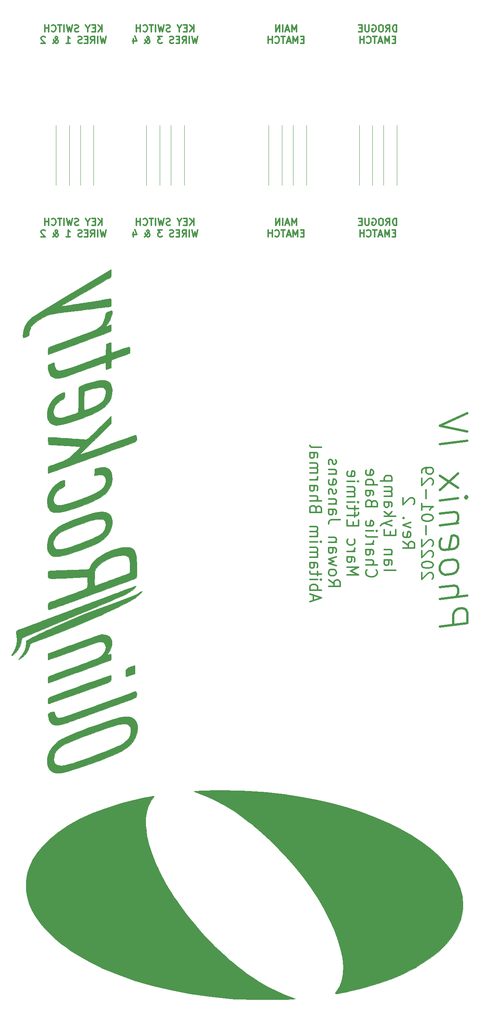
<source format=gbr>
G04 #@! TF.GenerationSoftware,KiCad,Pcbnew,(5.1.7)-1*
G04 #@! TF.CreationDate,2022-01-29T11:48:53-05:00*
G04 #@! TF.ProjectId,REV2_SPRING_2022,52455632-5f53-4505-9249-4e475f323032,rev?*
G04 #@! TF.SameCoordinates,Original*
G04 #@! TF.FileFunction,Legend,Bot*
G04 #@! TF.FilePolarity,Positive*
%FSLAX46Y46*%
G04 Gerber Fmt 4.6, Leading zero omitted, Abs format (unit mm)*
G04 Created by KiCad (PCBNEW (5.1.7)-1) date 2022-01-29 11:48:53*
%MOMM*%
%LPD*%
G01*
G04 APERTURE LIST*
%ADD10C,0.300000*%
%ADD11C,0.508000*%
%ADD12C,0.304800*%
%ADD13C,0.010000*%
%ADD14C,0.120000*%
G04 APERTURE END LIST*
D10*
X125285714Y-57403571D02*
X125285714Y-55903571D01*
X124785714Y-56975000D01*
X124285714Y-55903571D01*
X124285714Y-57403571D01*
X123642857Y-56975000D02*
X122928571Y-56975000D01*
X123785714Y-57403571D02*
X123285714Y-55903571D01*
X122785714Y-57403571D01*
X122285714Y-57403571D02*
X122285714Y-55903571D01*
X121571428Y-57403571D02*
X121571428Y-55903571D01*
X120714285Y-57403571D01*
X120714285Y-55903571D01*
X126928571Y-59167857D02*
X126428571Y-59167857D01*
X126214285Y-59953571D02*
X126928571Y-59953571D01*
X126928571Y-58453571D01*
X126214285Y-58453571D01*
X125571428Y-59953571D02*
X125571428Y-58453571D01*
X125071428Y-59525000D01*
X124571428Y-58453571D01*
X124571428Y-59953571D01*
X123928571Y-59525000D02*
X123214285Y-59525000D01*
X124071428Y-59953571D02*
X123571428Y-58453571D01*
X123071428Y-59953571D01*
X122785714Y-58453571D02*
X121928571Y-58453571D01*
X122357142Y-59953571D02*
X122357142Y-58453571D01*
X120571428Y-59810714D02*
X120642857Y-59882142D01*
X120857142Y-59953571D01*
X121000000Y-59953571D01*
X121214285Y-59882142D01*
X121357142Y-59739285D01*
X121428571Y-59596428D01*
X121500000Y-59310714D01*
X121500000Y-59096428D01*
X121428571Y-58810714D01*
X121357142Y-58667857D01*
X121214285Y-58525000D01*
X121000000Y-58453571D01*
X120857142Y-58453571D01*
X120642857Y-58525000D01*
X120571428Y-58596428D01*
X119928571Y-59953571D02*
X119928571Y-58453571D01*
X119928571Y-59167857D02*
X119071428Y-59167857D01*
X119071428Y-59953571D02*
X119071428Y-58453571D01*
X147392857Y-57403571D02*
X147392857Y-55903571D01*
X147035714Y-55903571D01*
X146821428Y-55975000D01*
X146678571Y-56117857D01*
X146607142Y-56260714D01*
X146535714Y-56546428D01*
X146535714Y-56760714D01*
X146607142Y-57046428D01*
X146678571Y-57189285D01*
X146821428Y-57332142D01*
X147035714Y-57403571D01*
X147392857Y-57403571D01*
X145035714Y-57403571D02*
X145535714Y-56689285D01*
X145892857Y-57403571D02*
X145892857Y-55903571D01*
X145321428Y-55903571D01*
X145178571Y-55975000D01*
X145107142Y-56046428D01*
X145035714Y-56189285D01*
X145035714Y-56403571D01*
X145107142Y-56546428D01*
X145178571Y-56617857D01*
X145321428Y-56689285D01*
X145892857Y-56689285D01*
X144107142Y-55903571D02*
X143821428Y-55903571D01*
X143678571Y-55975000D01*
X143535714Y-56117857D01*
X143464285Y-56403571D01*
X143464285Y-56903571D01*
X143535714Y-57189285D01*
X143678571Y-57332142D01*
X143821428Y-57403571D01*
X144107142Y-57403571D01*
X144250000Y-57332142D01*
X144392857Y-57189285D01*
X144464285Y-56903571D01*
X144464285Y-56403571D01*
X144392857Y-56117857D01*
X144250000Y-55975000D01*
X144107142Y-55903571D01*
X142035714Y-55975000D02*
X142178571Y-55903571D01*
X142392857Y-55903571D01*
X142607142Y-55975000D01*
X142750000Y-56117857D01*
X142821428Y-56260714D01*
X142892857Y-56546428D01*
X142892857Y-56760714D01*
X142821428Y-57046428D01*
X142750000Y-57189285D01*
X142607142Y-57332142D01*
X142392857Y-57403571D01*
X142250000Y-57403571D01*
X142035714Y-57332142D01*
X141964285Y-57260714D01*
X141964285Y-56760714D01*
X142250000Y-56760714D01*
X141321428Y-55903571D02*
X141321428Y-57117857D01*
X141250000Y-57260714D01*
X141178571Y-57332142D01*
X141035714Y-57403571D01*
X140750000Y-57403571D01*
X140607142Y-57332142D01*
X140535714Y-57260714D01*
X140464285Y-57117857D01*
X140464285Y-55903571D01*
X139750000Y-56617857D02*
X139250000Y-56617857D01*
X139035714Y-57403571D02*
X139750000Y-57403571D01*
X139750000Y-55903571D01*
X139035714Y-55903571D01*
X147178571Y-59167857D02*
X146678571Y-59167857D01*
X146464285Y-59953571D02*
X147178571Y-59953571D01*
X147178571Y-58453571D01*
X146464285Y-58453571D01*
X145821428Y-59953571D02*
X145821428Y-58453571D01*
X145321428Y-59525000D01*
X144821428Y-58453571D01*
X144821428Y-59953571D01*
X144178571Y-59525000D02*
X143464285Y-59525000D01*
X144321428Y-59953571D02*
X143821428Y-58453571D01*
X143321428Y-59953571D01*
X143035714Y-58453571D02*
X142178571Y-58453571D01*
X142607142Y-59953571D02*
X142607142Y-58453571D01*
X140821428Y-59810714D02*
X140892857Y-59882142D01*
X141107142Y-59953571D01*
X141250000Y-59953571D01*
X141464285Y-59882142D01*
X141607142Y-59739285D01*
X141678571Y-59596428D01*
X141750000Y-59310714D01*
X141750000Y-59096428D01*
X141678571Y-58810714D01*
X141607142Y-58667857D01*
X141464285Y-58525000D01*
X141250000Y-58453571D01*
X141107142Y-58453571D01*
X140892857Y-58525000D01*
X140821428Y-58596428D01*
X140178571Y-59953571D02*
X140178571Y-58453571D01*
X140178571Y-59167857D02*
X139321428Y-59167857D01*
X139321428Y-59953571D02*
X139321428Y-58453571D01*
X102571428Y-57403571D02*
X102571428Y-55903571D01*
X101714285Y-57403571D02*
X102357142Y-56546428D01*
X101714285Y-55903571D02*
X102571428Y-56760714D01*
X101071428Y-56617857D02*
X100571428Y-56617857D01*
X100357142Y-57403571D02*
X101071428Y-57403571D01*
X101071428Y-55903571D01*
X100357142Y-55903571D01*
X99428571Y-56689285D02*
X99428571Y-57403571D01*
X99928571Y-55903571D02*
X99428571Y-56689285D01*
X98928571Y-55903571D01*
X97357142Y-57332142D02*
X97142857Y-57403571D01*
X96785714Y-57403571D01*
X96642857Y-57332142D01*
X96571428Y-57260714D01*
X96500000Y-57117857D01*
X96500000Y-56975000D01*
X96571428Y-56832142D01*
X96642857Y-56760714D01*
X96785714Y-56689285D01*
X97071428Y-56617857D01*
X97214285Y-56546428D01*
X97285714Y-56475000D01*
X97357142Y-56332142D01*
X97357142Y-56189285D01*
X97285714Y-56046428D01*
X97214285Y-55975000D01*
X97071428Y-55903571D01*
X96714285Y-55903571D01*
X96500000Y-55975000D01*
X96000000Y-55903571D02*
X95642857Y-57403571D01*
X95357142Y-56332142D01*
X95071428Y-57403571D01*
X94714285Y-55903571D01*
X94142857Y-57403571D02*
X94142857Y-55903571D01*
X93642857Y-55903571D02*
X92785714Y-55903571D01*
X93214285Y-57403571D02*
X93214285Y-55903571D01*
X91428571Y-57260714D02*
X91500000Y-57332142D01*
X91714285Y-57403571D01*
X91857142Y-57403571D01*
X92071428Y-57332142D01*
X92214285Y-57189285D01*
X92285714Y-57046428D01*
X92357142Y-56760714D01*
X92357142Y-56546428D01*
X92285714Y-56260714D01*
X92214285Y-56117857D01*
X92071428Y-55975000D01*
X91857142Y-55903571D01*
X91714285Y-55903571D01*
X91500000Y-55975000D01*
X91428571Y-56046428D01*
X90785714Y-57403571D02*
X90785714Y-55903571D01*
X90785714Y-56617857D02*
X89928571Y-56617857D01*
X89928571Y-57403571D02*
X89928571Y-55903571D01*
X103464285Y-58453571D02*
X103107142Y-59953571D01*
X102821428Y-58882142D01*
X102535714Y-59953571D01*
X102178571Y-58453571D01*
X101607142Y-59953571D02*
X101607142Y-58453571D01*
X100035714Y-59953571D02*
X100535714Y-59239285D01*
X100892857Y-59953571D02*
X100892857Y-58453571D01*
X100321428Y-58453571D01*
X100178571Y-58525000D01*
X100107142Y-58596428D01*
X100035714Y-58739285D01*
X100035714Y-58953571D01*
X100107142Y-59096428D01*
X100178571Y-59167857D01*
X100321428Y-59239285D01*
X100892857Y-59239285D01*
X99392857Y-59167857D02*
X98892857Y-59167857D01*
X98678571Y-59953571D02*
X99392857Y-59953571D01*
X99392857Y-58453571D01*
X98678571Y-58453571D01*
X98107142Y-59882142D02*
X97892857Y-59953571D01*
X97535714Y-59953571D01*
X97392857Y-59882142D01*
X97321428Y-59810714D01*
X97250000Y-59667857D01*
X97250000Y-59525000D01*
X97321428Y-59382142D01*
X97392857Y-59310714D01*
X97535714Y-59239285D01*
X97821428Y-59167857D01*
X97964285Y-59096428D01*
X98035714Y-59025000D01*
X98107142Y-58882142D01*
X98107142Y-58739285D01*
X98035714Y-58596428D01*
X97964285Y-58525000D01*
X97821428Y-58453571D01*
X97464285Y-58453571D01*
X97250000Y-58525000D01*
X95607142Y-58453571D02*
X94678571Y-58453571D01*
X95178571Y-59025000D01*
X94964285Y-59025000D01*
X94821428Y-59096428D01*
X94750000Y-59167857D01*
X94678571Y-59310714D01*
X94678571Y-59667857D01*
X94750000Y-59810714D01*
X94821428Y-59882142D01*
X94964285Y-59953571D01*
X95392857Y-59953571D01*
X95535714Y-59882142D01*
X95607142Y-59810714D01*
X91678571Y-59953571D02*
X91750000Y-59953571D01*
X91892857Y-59882142D01*
X92107142Y-59667857D01*
X92464285Y-59239285D01*
X92607142Y-59025000D01*
X92678571Y-58810714D01*
X92678571Y-58667857D01*
X92607142Y-58525000D01*
X92464285Y-58453571D01*
X92392857Y-58453571D01*
X92250000Y-58525000D01*
X92178571Y-58667857D01*
X92178571Y-58739285D01*
X92250000Y-58882142D01*
X92321428Y-58953571D01*
X92750000Y-59239285D01*
X92821428Y-59310714D01*
X92892857Y-59453571D01*
X92892857Y-59667857D01*
X92821428Y-59810714D01*
X92750000Y-59882142D01*
X92607142Y-59953571D01*
X92392857Y-59953571D01*
X92250000Y-59882142D01*
X92178571Y-59810714D01*
X91964285Y-59525000D01*
X91892857Y-59310714D01*
X91892857Y-59167857D01*
X89250000Y-58953571D02*
X89250000Y-59953571D01*
X89607142Y-58382142D02*
X89964285Y-59453571D01*
X89035714Y-59453571D01*
X82321428Y-57403571D02*
X82321428Y-55903571D01*
X81464285Y-57403571D02*
X82107142Y-56546428D01*
X81464285Y-55903571D02*
X82321428Y-56760714D01*
X80821428Y-56617857D02*
X80321428Y-56617857D01*
X80107142Y-57403571D02*
X80821428Y-57403571D01*
X80821428Y-55903571D01*
X80107142Y-55903571D01*
X79178571Y-56689285D02*
X79178571Y-57403571D01*
X79678571Y-55903571D02*
X79178571Y-56689285D01*
X78678571Y-55903571D01*
X77107142Y-57332142D02*
X76892857Y-57403571D01*
X76535714Y-57403571D01*
X76392857Y-57332142D01*
X76321428Y-57260714D01*
X76250000Y-57117857D01*
X76250000Y-56975000D01*
X76321428Y-56832142D01*
X76392857Y-56760714D01*
X76535714Y-56689285D01*
X76821428Y-56617857D01*
X76964285Y-56546428D01*
X77035714Y-56475000D01*
X77107142Y-56332142D01*
X77107142Y-56189285D01*
X77035714Y-56046428D01*
X76964285Y-55975000D01*
X76821428Y-55903571D01*
X76464285Y-55903571D01*
X76250000Y-55975000D01*
X75750000Y-55903571D02*
X75392857Y-57403571D01*
X75107142Y-56332142D01*
X74821428Y-57403571D01*
X74464285Y-55903571D01*
X73892857Y-57403571D02*
X73892857Y-55903571D01*
X73392857Y-55903571D02*
X72535714Y-55903571D01*
X72964285Y-57403571D02*
X72964285Y-55903571D01*
X71178571Y-57260714D02*
X71250000Y-57332142D01*
X71464285Y-57403571D01*
X71607142Y-57403571D01*
X71821428Y-57332142D01*
X71964285Y-57189285D01*
X72035714Y-57046428D01*
X72107142Y-56760714D01*
X72107142Y-56546428D01*
X72035714Y-56260714D01*
X71964285Y-56117857D01*
X71821428Y-55975000D01*
X71607142Y-55903571D01*
X71464285Y-55903571D01*
X71250000Y-55975000D01*
X71178571Y-56046428D01*
X70535714Y-57403571D02*
X70535714Y-55903571D01*
X70535714Y-56617857D02*
X69678571Y-56617857D01*
X69678571Y-57403571D02*
X69678571Y-55903571D01*
X83214285Y-58453571D02*
X82857142Y-59953571D01*
X82571428Y-58882142D01*
X82285714Y-59953571D01*
X81928571Y-58453571D01*
X81357142Y-59953571D02*
X81357142Y-58453571D01*
X79785714Y-59953571D02*
X80285714Y-59239285D01*
X80642857Y-59953571D02*
X80642857Y-58453571D01*
X80071428Y-58453571D01*
X79928571Y-58525000D01*
X79857142Y-58596428D01*
X79785714Y-58739285D01*
X79785714Y-58953571D01*
X79857142Y-59096428D01*
X79928571Y-59167857D01*
X80071428Y-59239285D01*
X80642857Y-59239285D01*
X79142857Y-59167857D02*
X78642857Y-59167857D01*
X78428571Y-59953571D02*
X79142857Y-59953571D01*
X79142857Y-58453571D01*
X78428571Y-58453571D01*
X77857142Y-59882142D02*
X77642857Y-59953571D01*
X77285714Y-59953571D01*
X77142857Y-59882142D01*
X77071428Y-59810714D01*
X77000000Y-59667857D01*
X77000000Y-59525000D01*
X77071428Y-59382142D01*
X77142857Y-59310714D01*
X77285714Y-59239285D01*
X77571428Y-59167857D01*
X77714285Y-59096428D01*
X77785714Y-59025000D01*
X77857142Y-58882142D01*
X77857142Y-58739285D01*
X77785714Y-58596428D01*
X77714285Y-58525000D01*
X77571428Y-58453571D01*
X77214285Y-58453571D01*
X77000000Y-58525000D01*
X74428571Y-59953571D02*
X75285714Y-59953571D01*
X74857142Y-59953571D02*
X74857142Y-58453571D01*
X75000000Y-58667857D01*
X75142857Y-58810714D01*
X75285714Y-58882142D01*
X71428571Y-59953571D02*
X71500000Y-59953571D01*
X71642857Y-59882142D01*
X71857142Y-59667857D01*
X72214285Y-59239285D01*
X72357142Y-59025000D01*
X72428571Y-58810714D01*
X72428571Y-58667857D01*
X72357142Y-58525000D01*
X72214285Y-58453571D01*
X72142857Y-58453571D01*
X72000000Y-58525000D01*
X71928571Y-58667857D01*
X71928571Y-58739285D01*
X72000000Y-58882142D01*
X72071428Y-58953571D01*
X72500000Y-59239285D01*
X72571428Y-59310714D01*
X72642857Y-59453571D01*
X72642857Y-59667857D01*
X72571428Y-59810714D01*
X72500000Y-59882142D01*
X72357142Y-59953571D01*
X72142857Y-59953571D01*
X72000000Y-59882142D01*
X71928571Y-59810714D01*
X71714285Y-59525000D01*
X71642857Y-59310714D01*
X71642857Y-59167857D01*
X69714285Y-58596428D02*
X69642857Y-58525000D01*
X69500000Y-58453571D01*
X69142857Y-58453571D01*
X69000000Y-58525000D01*
X68928571Y-58596428D01*
X68857142Y-58739285D01*
X68857142Y-58882142D01*
X68928571Y-59096428D01*
X69785714Y-59953571D01*
X68857142Y-59953571D01*
D11*
X156992285Y-146113917D02*
X163088285Y-145351917D01*
X163088285Y-143029632D01*
X162798000Y-142485346D01*
X162507714Y-142231346D01*
X161927142Y-142013632D01*
X161056285Y-142122489D01*
X160475714Y-142485346D01*
X160185428Y-142811917D01*
X159895142Y-143428775D01*
X159895142Y-145751060D01*
X156992285Y-140017917D02*
X163088285Y-139255917D01*
X156992285Y-137405346D02*
X160185428Y-137006203D01*
X160766000Y-137223917D01*
X161056285Y-137768203D01*
X161056285Y-138639060D01*
X160766000Y-139255917D01*
X160475714Y-139582489D01*
X156992285Y-133631632D02*
X157282571Y-134175917D01*
X157572857Y-134429917D01*
X158153428Y-134647632D01*
X159895142Y-134429917D01*
X160475714Y-134067060D01*
X160766000Y-133740489D01*
X161056285Y-133123632D01*
X161056285Y-132252775D01*
X160766000Y-131708489D01*
X160475714Y-131454489D01*
X159895142Y-131236775D01*
X158153428Y-131454489D01*
X157572857Y-131817346D01*
X157282571Y-132143917D01*
X156992285Y-132760775D01*
X156992285Y-133631632D01*
X157282571Y-126628489D02*
X156992285Y-127245346D01*
X156992285Y-128406489D01*
X157282571Y-128950775D01*
X157863142Y-129168489D01*
X160185428Y-128878203D01*
X160766000Y-128515346D01*
X161056285Y-127898489D01*
X161056285Y-126737346D01*
X160766000Y-126193060D01*
X160185428Y-125975346D01*
X159604857Y-126047917D01*
X159024285Y-129023346D01*
X161056285Y-123253917D02*
X156992285Y-123761917D01*
X160475714Y-123326489D02*
X160766000Y-122999917D01*
X161056285Y-122383060D01*
X161056285Y-121512203D01*
X160766000Y-120967917D01*
X160185428Y-120750203D01*
X156992285Y-121149346D01*
X156992285Y-118246489D02*
X161056285Y-117738489D01*
X163088285Y-117484489D02*
X162798000Y-117811060D01*
X162507714Y-117557060D01*
X162798000Y-117230489D01*
X163088285Y-117484489D01*
X162507714Y-117557060D01*
X156992285Y-115924203D02*
X161056285Y-112223060D01*
X161056285Y-115416203D02*
X156992285Y-112731060D01*
X156992285Y-105764203D02*
X163088285Y-105002203D01*
X163088285Y-102970203D02*
X156992285Y-101700203D01*
X163088285Y-98906203D01*
D12*
X155243447Y-135587142D02*
X155364400Y-135466190D01*
X155485352Y-135224285D01*
X155485352Y-134619523D01*
X155364400Y-134377619D01*
X155243447Y-134256666D01*
X155001542Y-134135714D01*
X154759638Y-134135714D01*
X154396780Y-134256666D01*
X152945352Y-135708095D01*
X152945352Y-134135714D01*
X155485352Y-132563333D02*
X155485352Y-132321428D01*
X155364400Y-132079523D01*
X155243447Y-131958571D01*
X155001542Y-131837619D01*
X154517733Y-131716666D01*
X153912971Y-131716666D01*
X153429161Y-131837619D01*
X153187257Y-131958571D01*
X153066304Y-132079523D01*
X152945352Y-132321428D01*
X152945352Y-132563333D01*
X153066304Y-132805238D01*
X153187257Y-132926190D01*
X153429161Y-133047142D01*
X153912971Y-133168095D01*
X154517733Y-133168095D01*
X155001542Y-133047142D01*
X155243447Y-132926190D01*
X155364400Y-132805238D01*
X155485352Y-132563333D01*
X155243447Y-130749047D02*
X155364400Y-130628095D01*
X155485352Y-130386190D01*
X155485352Y-129781428D01*
X155364400Y-129539523D01*
X155243447Y-129418571D01*
X155001542Y-129297619D01*
X154759638Y-129297619D01*
X154396780Y-129418571D01*
X152945352Y-130870000D01*
X152945352Y-129297619D01*
X155243447Y-128330000D02*
X155364400Y-128209047D01*
X155485352Y-127967142D01*
X155485352Y-127362380D01*
X155364400Y-127120476D01*
X155243447Y-126999523D01*
X155001542Y-126878571D01*
X154759638Y-126878571D01*
X154396780Y-126999523D01*
X152945352Y-128450952D01*
X152945352Y-126878571D01*
X153912971Y-125790000D02*
X153912971Y-123854761D01*
X155485352Y-122161428D02*
X155485352Y-121919523D01*
X155364400Y-121677619D01*
X155243447Y-121556666D01*
X155001542Y-121435714D01*
X154517733Y-121314761D01*
X153912971Y-121314761D01*
X153429161Y-121435714D01*
X153187257Y-121556666D01*
X153066304Y-121677619D01*
X152945352Y-121919523D01*
X152945352Y-122161428D01*
X153066304Y-122403333D01*
X153187257Y-122524285D01*
X153429161Y-122645238D01*
X153912971Y-122766190D01*
X154517733Y-122766190D01*
X155001542Y-122645238D01*
X155243447Y-122524285D01*
X155364400Y-122403333D01*
X155485352Y-122161428D01*
X152945352Y-118895714D02*
X152945352Y-120347142D01*
X152945352Y-119621428D02*
X155485352Y-119621428D01*
X155122495Y-119863333D01*
X154880590Y-120105238D01*
X154759638Y-120347142D01*
X153912971Y-117807142D02*
X153912971Y-115871904D01*
X155243447Y-114783333D02*
X155364400Y-114662380D01*
X155485352Y-114420476D01*
X155485352Y-113815714D01*
X155364400Y-113573809D01*
X155243447Y-113452857D01*
X155001542Y-113331904D01*
X154759638Y-113331904D01*
X154396780Y-113452857D01*
X152945352Y-114904285D01*
X152945352Y-113331904D01*
X152945352Y-112122380D02*
X152945352Y-111638571D01*
X153066304Y-111396666D01*
X153187257Y-111275714D01*
X153550114Y-111033809D01*
X154033923Y-110912857D01*
X155001542Y-110912857D01*
X155243447Y-111033809D01*
X155364400Y-111154761D01*
X155485352Y-111396666D01*
X155485352Y-111880476D01*
X155364400Y-112122380D01*
X155243447Y-112243333D01*
X155001542Y-112364285D01*
X154396780Y-112364285D01*
X154154876Y-112243333D01*
X154033923Y-112122380D01*
X153912971Y-111880476D01*
X153912971Y-111396666D01*
X154033923Y-111154761D01*
X154154876Y-111033809D01*
X154396780Y-110912857D01*
X148830552Y-127301904D02*
X150040076Y-128148571D01*
X148830552Y-128753333D02*
X151370552Y-128753333D01*
X151370552Y-127785714D01*
X151249600Y-127543809D01*
X151128647Y-127422857D01*
X150886742Y-127301904D01*
X150523885Y-127301904D01*
X150281980Y-127422857D01*
X150161028Y-127543809D01*
X150040076Y-127785714D01*
X150040076Y-128753333D01*
X148951504Y-125245714D02*
X148830552Y-125487619D01*
X148830552Y-125971428D01*
X148951504Y-126213333D01*
X149193409Y-126334285D01*
X150161028Y-126334285D01*
X150402933Y-126213333D01*
X150523885Y-125971428D01*
X150523885Y-125487619D01*
X150402933Y-125245714D01*
X150161028Y-125124761D01*
X149919123Y-125124761D01*
X149677219Y-126334285D01*
X150523885Y-124278095D02*
X148830552Y-123673333D01*
X150523885Y-123068571D01*
X149072457Y-122100952D02*
X148951504Y-121980000D01*
X148830552Y-122100952D01*
X148951504Y-122221904D01*
X149072457Y-122100952D01*
X148830552Y-122100952D01*
X151128647Y-119077142D02*
X151249600Y-118956190D01*
X151370552Y-118714285D01*
X151370552Y-118109523D01*
X151249600Y-117867619D01*
X151128647Y-117746666D01*
X150886742Y-117625714D01*
X150644838Y-117625714D01*
X150281980Y-117746666D01*
X148830552Y-119198095D01*
X148830552Y-117625714D01*
X144715752Y-133651904D02*
X147255752Y-133651904D01*
X144715752Y-131353809D02*
X146046228Y-131353809D01*
X146288133Y-131474761D01*
X146409085Y-131716666D01*
X146409085Y-132200476D01*
X146288133Y-132442380D01*
X144836704Y-131353809D02*
X144715752Y-131595714D01*
X144715752Y-132200476D01*
X144836704Y-132442380D01*
X145078609Y-132563333D01*
X145320514Y-132563333D01*
X145562419Y-132442380D01*
X145683371Y-132200476D01*
X145683371Y-131595714D01*
X145804323Y-131353809D01*
X146409085Y-130144285D02*
X144715752Y-130144285D01*
X146167180Y-130144285D02*
X146288133Y-130023333D01*
X146409085Y-129781428D01*
X146409085Y-129418571D01*
X146288133Y-129176666D01*
X146046228Y-129055714D01*
X144715752Y-129055714D01*
X146046228Y-125910952D02*
X146046228Y-125064285D01*
X144715752Y-124701428D02*
X144715752Y-125910952D01*
X147255752Y-125910952D01*
X147255752Y-124701428D01*
X146409085Y-123854761D02*
X144715752Y-123250000D01*
X146409085Y-122645238D02*
X144715752Y-123250000D01*
X144110990Y-123491904D01*
X143990038Y-123612857D01*
X143869085Y-123854761D01*
X144715752Y-121677619D02*
X147255752Y-121677619D01*
X145683371Y-121435714D02*
X144715752Y-120710000D01*
X146409085Y-120710000D02*
X145441466Y-121677619D01*
X144715752Y-118532857D02*
X146046228Y-118532857D01*
X146288133Y-118653809D01*
X146409085Y-118895714D01*
X146409085Y-119379523D01*
X146288133Y-119621428D01*
X144836704Y-118532857D02*
X144715752Y-118774761D01*
X144715752Y-119379523D01*
X144836704Y-119621428D01*
X145078609Y-119742380D01*
X145320514Y-119742380D01*
X145562419Y-119621428D01*
X145683371Y-119379523D01*
X145683371Y-118774761D01*
X145804323Y-118532857D01*
X144715752Y-117323333D02*
X146409085Y-117323333D01*
X146167180Y-117323333D02*
X146288133Y-117202380D01*
X146409085Y-116960476D01*
X146409085Y-116597619D01*
X146288133Y-116355714D01*
X146046228Y-116234761D01*
X144715752Y-116234761D01*
X146046228Y-116234761D02*
X146288133Y-116113809D01*
X146409085Y-115871904D01*
X146409085Y-115509047D01*
X146288133Y-115267142D01*
X146046228Y-115146190D01*
X144715752Y-115146190D01*
X146409085Y-113936666D02*
X143869085Y-113936666D01*
X146288133Y-113936666D02*
X146409085Y-113694761D01*
X146409085Y-113210952D01*
X146288133Y-112969047D01*
X146167180Y-112848095D01*
X145925276Y-112727142D01*
X145199561Y-112727142D01*
X144957657Y-112848095D01*
X144836704Y-112969047D01*
X144715752Y-113210952D01*
X144715752Y-113694761D01*
X144836704Y-113936666D01*
X140842857Y-133530952D02*
X140721904Y-133651904D01*
X140600952Y-134014761D01*
X140600952Y-134256666D01*
X140721904Y-134619523D01*
X140963809Y-134861428D01*
X141205714Y-134982380D01*
X141689523Y-135103333D01*
X142052380Y-135103333D01*
X142536190Y-134982380D01*
X142778095Y-134861428D01*
X143020000Y-134619523D01*
X143140952Y-134256666D01*
X143140952Y-134014761D01*
X143020000Y-133651904D01*
X142899047Y-133530952D01*
X140600952Y-132442380D02*
X143140952Y-132442380D01*
X140600952Y-131353809D02*
X141931428Y-131353809D01*
X142173333Y-131474761D01*
X142294285Y-131716666D01*
X142294285Y-132079523D01*
X142173333Y-132321428D01*
X142052380Y-132442380D01*
X140600952Y-129055714D02*
X141931428Y-129055714D01*
X142173333Y-129176666D01*
X142294285Y-129418571D01*
X142294285Y-129902380D01*
X142173333Y-130144285D01*
X140721904Y-129055714D02*
X140600952Y-129297619D01*
X140600952Y-129902380D01*
X140721904Y-130144285D01*
X140963809Y-130265238D01*
X141205714Y-130265238D01*
X141447619Y-130144285D01*
X141568571Y-129902380D01*
X141568571Y-129297619D01*
X141689523Y-129055714D01*
X140600952Y-127846190D02*
X142294285Y-127846190D01*
X141810476Y-127846190D02*
X142052380Y-127725238D01*
X142173333Y-127604285D01*
X142294285Y-127362380D01*
X142294285Y-127120476D01*
X140600952Y-125910952D02*
X140721904Y-126152857D01*
X140963809Y-126273809D01*
X143140952Y-126273809D01*
X140600952Y-124943333D02*
X142294285Y-124943333D01*
X143140952Y-124943333D02*
X143020000Y-125064285D01*
X142899047Y-124943333D01*
X143020000Y-124822380D01*
X143140952Y-124943333D01*
X142899047Y-124943333D01*
X140721904Y-122766190D02*
X140600952Y-123008095D01*
X140600952Y-123491904D01*
X140721904Y-123733809D01*
X140963809Y-123854761D01*
X141931428Y-123854761D01*
X142173333Y-123733809D01*
X142294285Y-123491904D01*
X142294285Y-123008095D01*
X142173333Y-122766190D01*
X141931428Y-122645238D01*
X141689523Y-122645238D01*
X141447619Y-123854761D01*
X141931428Y-118774761D02*
X141810476Y-118411904D01*
X141689523Y-118290952D01*
X141447619Y-118170000D01*
X141084761Y-118170000D01*
X140842857Y-118290952D01*
X140721904Y-118411904D01*
X140600952Y-118653809D01*
X140600952Y-119621428D01*
X143140952Y-119621428D01*
X143140952Y-118774761D01*
X143020000Y-118532857D01*
X142899047Y-118411904D01*
X142657142Y-118290952D01*
X142415238Y-118290952D01*
X142173333Y-118411904D01*
X142052380Y-118532857D01*
X141931428Y-118774761D01*
X141931428Y-119621428D01*
X140600952Y-115992857D02*
X141931428Y-115992857D01*
X142173333Y-116113809D01*
X142294285Y-116355714D01*
X142294285Y-116839523D01*
X142173333Y-117081428D01*
X140721904Y-115992857D02*
X140600952Y-116234761D01*
X140600952Y-116839523D01*
X140721904Y-117081428D01*
X140963809Y-117202380D01*
X141205714Y-117202380D01*
X141447619Y-117081428D01*
X141568571Y-116839523D01*
X141568571Y-116234761D01*
X141689523Y-115992857D01*
X140600952Y-114783333D02*
X143140952Y-114783333D01*
X142173333Y-114783333D02*
X142294285Y-114541428D01*
X142294285Y-114057619D01*
X142173333Y-113815714D01*
X142052380Y-113694761D01*
X141810476Y-113573809D01*
X141084761Y-113573809D01*
X140842857Y-113694761D01*
X140721904Y-113815714D01*
X140600952Y-114057619D01*
X140600952Y-114541428D01*
X140721904Y-114783333D01*
X140721904Y-111517619D02*
X140600952Y-111759523D01*
X140600952Y-112243333D01*
X140721904Y-112485238D01*
X140963809Y-112606190D01*
X141931428Y-112606190D01*
X142173333Y-112485238D01*
X142294285Y-112243333D01*
X142294285Y-111759523D01*
X142173333Y-111517619D01*
X141931428Y-111396666D01*
X141689523Y-111396666D01*
X141447619Y-112606190D01*
X136486152Y-134680000D02*
X139026152Y-134680000D01*
X137211866Y-133833333D01*
X139026152Y-132986666D01*
X136486152Y-132986666D01*
X136486152Y-130688571D02*
X137816628Y-130688571D01*
X138058533Y-130809523D01*
X138179485Y-131051428D01*
X138179485Y-131535238D01*
X138058533Y-131777142D01*
X136607104Y-130688571D02*
X136486152Y-130930476D01*
X136486152Y-131535238D01*
X136607104Y-131777142D01*
X136849009Y-131898095D01*
X137090914Y-131898095D01*
X137332819Y-131777142D01*
X137453771Y-131535238D01*
X137453771Y-130930476D01*
X137574723Y-130688571D01*
X136486152Y-129479047D02*
X138179485Y-129479047D01*
X137695676Y-129479047D02*
X137937580Y-129358095D01*
X138058533Y-129237142D01*
X138179485Y-128995238D01*
X138179485Y-128753333D01*
X136607104Y-126818095D02*
X136486152Y-127060000D01*
X136486152Y-127543809D01*
X136607104Y-127785714D01*
X136728057Y-127906666D01*
X136969961Y-128027619D01*
X137695676Y-128027619D01*
X137937580Y-127906666D01*
X138058533Y-127785714D01*
X138179485Y-127543809D01*
X138179485Y-127060000D01*
X138058533Y-126818095D01*
X137816628Y-123794285D02*
X137816628Y-122947619D01*
X136486152Y-122584761D02*
X136486152Y-123794285D01*
X139026152Y-123794285D01*
X139026152Y-122584761D01*
X138179485Y-121859047D02*
X138179485Y-120891428D01*
X136486152Y-121496190D02*
X138663295Y-121496190D01*
X138905200Y-121375238D01*
X139026152Y-121133333D01*
X139026152Y-120891428D01*
X138179485Y-120407619D02*
X138179485Y-119440000D01*
X139026152Y-120044761D02*
X136849009Y-120044761D01*
X136607104Y-119923809D01*
X136486152Y-119681904D01*
X136486152Y-119440000D01*
X136486152Y-118593333D02*
X138179485Y-118593333D01*
X139026152Y-118593333D02*
X138905200Y-118714285D01*
X138784247Y-118593333D01*
X138905200Y-118472380D01*
X139026152Y-118593333D01*
X138784247Y-118593333D01*
X136486152Y-117383809D02*
X138179485Y-117383809D01*
X137937580Y-117383809D02*
X138058533Y-117262857D01*
X138179485Y-117020952D01*
X138179485Y-116658095D01*
X138058533Y-116416190D01*
X137816628Y-116295238D01*
X136486152Y-116295238D01*
X137816628Y-116295238D02*
X138058533Y-116174285D01*
X138179485Y-115932380D01*
X138179485Y-115569523D01*
X138058533Y-115327619D01*
X137816628Y-115206666D01*
X136486152Y-115206666D01*
X136486152Y-113997142D02*
X138179485Y-113997142D01*
X139026152Y-113997142D02*
X138905200Y-114118095D01*
X138784247Y-113997142D01*
X138905200Y-113876190D01*
X139026152Y-113997142D01*
X138784247Y-113997142D01*
X136607104Y-111820000D02*
X136486152Y-112061904D01*
X136486152Y-112545714D01*
X136607104Y-112787619D01*
X136849009Y-112908571D01*
X137816628Y-112908571D01*
X138058533Y-112787619D01*
X138179485Y-112545714D01*
X138179485Y-112061904D01*
X138058533Y-111820000D01*
X137816628Y-111699047D01*
X137574723Y-111699047D01*
X137332819Y-112908571D01*
X132371352Y-135768571D02*
X133580876Y-136615238D01*
X132371352Y-137220000D02*
X134911352Y-137220000D01*
X134911352Y-136252380D01*
X134790400Y-136010476D01*
X134669447Y-135889523D01*
X134427542Y-135768571D01*
X134064685Y-135768571D01*
X133822780Y-135889523D01*
X133701828Y-136010476D01*
X133580876Y-136252380D01*
X133580876Y-137220000D01*
X132371352Y-134317142D02*
X132492304Y-134559047D01*
X132613257Y-134680000D01*
X132855161Y-134800952D01*
X133580876Y-134800952D01*
X133822780Y-134680000D01*
X133943733Y-134559047D01*
X134064685Y-134317142D01*
X134064685Y-133954285D01*
X133943733Y-133712380D01*
X133822780Y-133591428D01*
X133580876Y-133470476D01*
X132855161Y-133470476D01*
X132613257Y-133591428D01*
X132492304Y-133712380D01*
X132371352Y-133954285D01*
X132371352Y-134317142D01*
X134064685Y-132623809D02*
X132371352Y-132140000D01*
X133580876Y-131656190D01*
X132371352Y-131172380D01*
X134064685Y-130688571D01*
X132371352Y-128632380D02*
X133701828Y-128632380D01*
X133943733Y-128753333D01*
X134064685Y-128995238D01*
X134064685Y-129479047D01*
X133943733Y-129720952D01*
X132492304Y-128632380D02*
X132371352Y-128874285D01*
X132371352Y-129479047D01*
X132492304Y-129720952D01*
X132734209Y-129841904D01*
X132976114Y-129841904D01*
X133218019Y-129720952D01*
X133338971Y-129479047D01*
X133338971Y-128874285D01*
X133459923Y-128632380D01*
X134064685Y-127422857D02*
X132371352Y-127422857D01*
X133822780Y-127422857D02*
X133943733Y-127301904D01*
X134064685Y-127060000D01*
X134064685Y-126697142D01*
X133943733Y-126455238D01*
X133701828Y-126334285D01*
X132371352Y-126334285D01*
X134911352Y-122463809D02*
X133097066Y-122463809D01*
X132734209Y-122584761D01*
X132492304Y-122826666D01*
X132371352Y-123189523D01*
X132371352Y-123431428D01*
X132371352Y-120165714D02*
X133701828Y-120165714D01*
X133943733Y-120286666D01*
X134064685Y-120528571D01*
X134064685Y-121012380D01*
X133943733Y-121254285D01*
X132492304Y-120165714D02*
X132371352Y-120407619D01*
X132371352Y-121012380D01*
X132492304Y-121254285D01*
X132734209Y-121375238D01*
X132976114Y-121375238D01*
X133218019Y-121254285D01*
X133338971Y-121012380D01*
X133338971Y-120407619D01*
X133459923Y-120165714D01*
X134064685Y-118956190D02*
X132371352Y-118956190D01*
X133822780Y-118956190D02*
X133943733Y-118835238D01*
X134064685Y-118593333D01*
X134064685Y-118230476D01*
X133943733Y-117988571D01*
X133701828Y-117867619D01*
X132371352Y-117867619D01*
X132492304Y-116779047D02*
X132371352Y-116537142D01*
X132371352Y-116053333D01*
X132492304Y-115811428D01*
X132734209Y-115690476D01*
X132855161Y-115690476D01*
X133097066Y-115811428D01*
X133218019Y-116053333D01*
X133218019Y-116416190D01*
X133338971Y-116658095D01*
X133580876Y-116779047D01*
X133701828Y-116779047D01*
X133943733Y-116658095D01*
X134064685Y-116416190D01*
X134064685Y-116053333D01*
X133943733Y-115811428D01*
X132492304Y-113634285D02*
X132371352Y-113876190D01*
X132371352Y-114360000D01*
X132492304Y-114601904D01*
X132734209Y-114722857D01*
X133701828Y-114722857D01*
X133943733Y-114601904D01*
X134064685Y-114360000D01*
X134064685Y-113876190D01*
X133943733Y-113634285D01*
X133701828Y-113513333D01*
X133459923Y-113513333D01*
X133218019Y-114722857D01*
X134064685Y-112424761D02*
X132371352Y-112424761D01*
X133822780Y-112424761D02*
X133943733Y-112303809D01*
X134064685Y-112061904D01*
X134064685Y-111699047D01*
X133943733Y-111457142D01*
X133701828Y-111336190D01*
X132371352Y-111336190D01*
X132492304Y-110247619D02*
X132371352Y-110005714D01*
X132371352Y-109521904D01*
X132492304Y-109280000D01*
X132734209Y-109159047D01*
X132855161Y-109159047D01*
X133097066Y-109280000D01*
X133218019Y-109521904D01*
X133218019Y-109884761D01*
X133338971Y-110126666D01*
X133580876Y-110247619D01*
X133701828Y-110247619D01*
X133943733Y-110126666D01*
X134064685Y-109884761D01*
X134064685Y-109521904D01*
X133943733Y-109280000D01*
X128982266Y-140304285D02*
X128982266Y-139094761D01*
X128256552Y-140546190D02*
X130796552Y-139699523D01*
X128256552Y-138852857D01*
X128256552Y-138006190D02*
X130796552Y-138006190D01*
X129828933Y-138006190D02*
X129949885Y-137764285D01*
X129949885Y-137280476D01*
X129828933Y-137038571D01*
X129707980Y-136917619D01*
X129466076Y-136796666D01*
X128740361Y-136796666D01*
X128498457Y-136917619D01*
X128377504Y-137038571D01*
X128256552Y-137280476D01*
X128256552Y-137764285D01*
X128377504Y-138006190D01*
X128256552Y-135708095D02*
X129949885Y-135708095D01*
X130796552Y-135708095D02*
X130675600Y-135829047D01*
X130554647Y-135708095D01*
X130675600Y-135587142D01*
X130796552Y-135708095D01*
X130554647Y-135708095D01*
X129949885Y-134861428D02*
X129949885Y-133893809D01*
X130796552Y-134498571D02*
X128619409Y-134498571D01*
X128377504Y-134377619D01*
X128256552Y-134135714D01*
X128256552Y-133893809D01*
X128256552Y-131958571D02*
X129587028Y-131958571D01*
X129828933Y-132079523D01*
X129949885Y-132321428D01*
X129949885Y-132805238D01*
X129828933Y-133047142D01*
X128377504Y-131958571D02*
X128256552Y-132200476D01*
X128256552Y-132805238D01*
X128377504Y-133047142D01*
X128619409Y-133168095D01*
X128861314Y-133168095D01*
X129103219Y-133047142D01*
X129224171Y-132805238D01*
X129224171Y-132200476D01*
X129345123Y-131958571D01*
X128256552Y-130749047D02*
X129949885Y-130749047D01*
X129707980Y-130749047D02*
X129828933Y-130628095D01*
X129949885Y-130386190D01*
X129949885Y-130023333D01*
X129828933Y-129781428D01*
X129587028Y-129660476D01*
X128256552Y-129660476D01*
X129587028Y-129660476D02*
X129828933Y-129539523D01*
X129949885Y-129297619D01*
X129949885Y-128934761D01*
X129828933Y-128692857D01*
X129587028Y-128571904D01*
X128256552Y-128571904D01*
X128256552Y-127362380D02*
X129949885Y-127362380D01*
X130796552Y-127362380D02*
X130675600Y-127483333D01*
X130554647Y-127362380D01*
X130675600Y-127241428D01*
X130796552Y-127362380D01*
X130554647Y-127362380D01*
X128256552Y-126152857D02*
X129949885Y-126152857D01*
X129707980Y-126152857D02*
X129828933Y-126031904D01*
X129949885Y-125790000D01*
X129949885Y-125427142D01*
X129828933Y-125185238D01*
X129587028Y-125064285D01*
X128256552Y-125064285D01*
X129587028Y-125064285D02*
X129828933Y-124943333D01*
X129949885Y-124701428D01*
X129949885Y-124338571D01*
X129828933Y-124096666D01*
X129587028Y-123975714D01*
X128256552Y-123975714D01*
X129587028Y-119984285D02*
X129466076Y-119621428D01*
X129345123Y-119500476D01*
X129103219Y-119379523D01*
X128740361Y-119379523D01*
X128498457Y-119500476D01*
X128377504Y-119621428D01*
X128256552Y-119863333D01*
X128256552Y-120830952D01*
X130796552Y-120830952D01*
X130796552Y-119984285D01*
X130675600Y-119742380D01*
X130554647Y-119621428D01*
X130312742Y-119500476D01*
X130070838Y-119500476D01*
X129828933Y-119621428D01*
X129707980Y-119742380D01*
X129587028Y-119984285D01*
X129587028Y-120830952D01*
X128256552Y-118290952D02*
X130796552Y-118290952D01*
X128256552Y-117202380D02*
X129587028Y-117202380D01*
X129828933Y-117323333D01*
X129949885Y-117565238D01*
X129949885Y-117928095D01*
X129828933Y-118170000D01*
X129707980Y-118290952D01*
X128256552Y-114904285D02*
X129587028Y-114904285D01*
X129828933Y-115025238D01*
X129949885Y-115267142D01*
X129949885Y-115750952D01*
X129828933Y-115992857D01*
X128377504Y-114904285D02*
X128256552Y-115146190D01*
X128256552Y-115750952D01*
X128377504Y-115992857D01*
X128619409Y-116113809D01*
X128861314Y-116113809D01*
X129103219Y-115992857D01*
X129224171Y-115750952D01*
X129224171Y-115146190D01*
X129345123Y-114904285D01*
X128256552Y-113694761D02*
X129949885Y-113694761D01*
X129466076Y-113694761D02*
X129707980Y-113573809D01*
X129828933Y-113452857D01*
X129949885Y-113210952D01*
X129949885Y-112969047D01*
X128256552Y-112122380D02*
X129949885Y-112122380D01*
X129707980Y-112122380D02*
X129828933Y-112001428D01*
X129949885Y-111759523D01*
X129949885Y-111396666D01*
X129828933Y-111154761D01*
X129587028Y-111033809D01*
X128256552Y-111033809D01*
X129587028Y-111033809D02*
X129828933Y-110912857D01*
X129949885Y-110670952D01*
X129949885Y-110308095D01*
X129828933Y-110066190D01*
X129587028Y-109945238D01*
X128256552Y-109945238D01*
X128256552Y-107647142D02*
X129587028Y-107647142D01*
X129828933Y-107768095D01*
X129949885Y-108010000D01*
X129949885Y-108493809D01*
X129828933Y-108735714D01*
X128377504Y-107647142D02*
X128256552Y-107889047D01*
X128256552Y-108493809D01*
X128377504Y-108735714D01*
X128619409Y-108856666D01*
X128861314Y-108856666D01*
X129103219Y-108735714D01*
X129224171Y-108493809D01*
X129224171Y-107889047D01*
X129345123Y-107647142D01*
X128256552Y-106074761D02*
X128377504Y-106316666D01*
X128619409Y-106437619D01*
X130796552Y-106437619D01*
D10*
X82321428Y-14653571D02*
X82321428Y-13153571D01*
X81464285Y-14653571D02*
X82107142Y-13796428D01*
X81464285Y-13153571D02*
X82321428Y-14010714D01*
X80821428Y-13867857D02*
X80321428Y-13867857D01*
X80107142Y-14653571D02*
X80821428Y-14653571D01*
X80821428Y-13153571D01*
X80107142Y-13153571D01*
X79178571Y-13939285D02*
X79178571Y-14653571D01*
X79678571Y-13153571D02*
X79178571Y-13939285D01*
X78678571Y-13153571D01*
X77107142Y-14582142D02*
X76892857Y-14653571D01*
X76535714Y-14653571D01*
X76392857Y-14582142D01*
X76321428Y-14510714D01*
X76250000Y-14367857D01*
X76250000Y-14225000D01*
X76321428Y-14082142D01*
X76392857Y-14010714D01*
X76535714Y-13939285D01*
X76821428Y-13867857D01*
X76964285Y-13796428D01*
X77035714Y-13725000D01*
X77107142Y-13582142D01*
X77107142Y-13439285D01*
X77035714Y-13296428D01*
X76964285Y-13225000D01*
X76821428Y-13153571D01*
X76464285Y-13153571D01*
X76250000Y-13225000D01*
X75750000Y-13153571D02*
X75392857Y-14653571D01*
X75107142Y-13582142D01*
X74821428Y-14653571D01*
X74464285Y-13153571D01*
X73892857Y-14653571D02*
X73892857Y-13153571D01*
X73392857Y-13153571D02*
X72535714Y-13153571D01*
X72964285Y-14653571D02*
X72964285Y-13153571D01*
X71178571Y-14510714D02*
X71250000Y-14582142D01*
X71464285Y-14653571D01*
X71607142Y-14653571D01*
X71821428Y-14582142D01*
X71964285Y-14439285D01*
X72035714Y-14296428D01*
X72107142Y-14010714D01*
X72107142Y-13796428D01*
X72035714Y-13510714D01*
X71964285Y-13367857D01*
X71821428Y-13225000D01*
X71607142Y-13153571D01*
X71464285Y-13153571D01*
X71250000Y-13225000D01*
X71178571Y-13296428D01*
X70535714Y-14653571D02*
X70535714Y-13153571D01*
X70535714Y-13867857D02*
X69678571Y-13867857D01*
X69678571Y-14653571D02*
X69678571Y-13153571D01*
X83214285Y-15703571D02*
X82857142Y-17203571D01*
X82571428Y-16132142D01*
X82285714Y-17203571D01*
X81928571Y-15703571D01*
X81357142Y-17203571D02*
X81357142Y-15703571D01*
X79785714Y-17203571D02*
X80285714Y-16489285D01*
X80642857Y-17203571D02*
X80642857Y-15703571D01*
X80071428Y-15703571D01*
X79928571Y-15775000D01*
X79857142Y-15846428D01*
X79785714Y-15989285D01*
X79785714Y-16203571D01*
X79857142Y-16346428D01*
X79928571Y-16417857D01*
X80071428Y-16489285D01*
X80642857Y-16489285D01*
X79142857Y-16417857D02*
X78642857Y-16417857D01*
X78428571Y-17203571D02*
X79142857Y-17203571D01*
X79142857Y-15703571D01*
X78428571Y-15703571D01*
X77857142Y-17132142D02*
X77642857Y-17203571D01*
X77285714Y-17203571D01*
X77142857Y-17132142D01*
X77071428Y-17060714D01*
X77000000Y-16917857D01*
X77000000Y-16775000D01*
X77071428Y-16632142D01*
X77142857Y-16560714D01*
X77285714Y-16489285D01*
X77571428Y-16417857D01*
X77714285Y-16346428D01*
X77785714Y-16275000D01*
X77857142Y-16132142D01*
X77857142Y-15989285D01*
X77785714Y-15846428D01*
X77714285Y-15775000D01*
X77571428Y-15703571D01*
X77214285Y-15703571D01*
X77000000Y-15775000D01*
X74428571Y-17203571D02*
X75285714Y-17203571D01*
X74857142Y-17203571D02*
X74857142Y-15703571D01*
X75000000Y-15917857D01*
X75142857Y-16060714D01*
X75285714Y-16132142D01*
X71428571Y-17203571D02*
X71500000Y-17203571D01*
X71642857Y-17132142D01*
X71857142Y-16917857D01*
X72214285Y-16489285D01*
X72357142Y-16275000D01*
X72428571Y-16060714D01*
X72428571Y-15917857D01*
X72357142Y-15775000D01*
X72214285Y-15703571D01*
X72142857Y-15703571D01*
X72000000Y-15775000D01*
X71928571Y-15917857D01*
X71928571Y-15989285D01*
X72000000Y-16132142D01*
X72071428Y-16203571D01*
X72500000Y-16489285D01*
X72571428Y-16560714D01*
X72642857Y-16703571D01*
X72642857Y-16917857D01*
X72571428Y-17060714D01*
X72500000Y-17132142D01*
X72357142Y-17203571D01*
X72142857Y-17203571D01*
X72000000Y-17132142D01*
X71928571Y-17060714D01*
X71714285Y-16775000D01*
X71642857Y-16560714D01*
X71642857Y-16417857D01*
X69714285Y-15846428D02*
X69642857Y-15775000D01*
X69500000Y-15703571D01*
X69142857Y-15703571D01*
X69000000Y-15775000D01*
X68928571Y-15846428D01*
X68857142Y-15989285D01*
X68857142Y-16132142D01*
X68928571Y-16346428D01*
X69785714Y-17203571D01*
X68857142Y-17203571D01*
X102571428Y-14653571D02*
X102571428Y-13153571D01*
X101714285Y-14653571D02*
X102357142Y-13796428D01*
X101714285Y-13153571D02*
X102571428Y-14010714D01*
X101071428Y-13867857D02*
X100571428Y-13867857D01*
X100357142Y-14653571D02*
X101071428Y-14653571D01*
X101071428Y-13153571D01*
X100357142Y-13153571D01*
X99428571Y-13939285D02*
X99428571Y-14653571D01*
X99928571Y-13153571D02*
X99428571Y-13939285D01*
X98928571Y-13153571D01*
X97357142Y-14582142D02*
X97142857Y-14653571D01*
X96785714Y-14653571D01*
X96642857Y-14582142D01*
X96571428Y-14510714D01*
X96500000Y-14367857D01*
X96500000Y-14225000D01*
X96571428Y-14082142D01*
X96642857Y-14010714D01*
X96785714Y-13939285D01*
X97071428Y-13867857D01*
X97214285Y-13796428D01*
X97285714Y-13725000D01*
X97357142Y-13582142D01*
X97357142Y-13439285D01*
X97285714Y-13296428D01*
X97214285Y-13225000D01*
X97071428Y-13153571D01*
X96714285Y-13153571D01*
X96500000Y-13225000D01*
X96000000Y-13153571D02*
X95642857Y-14653571D01*
X95357142Y-13582142D01*
X95071428Y-14653571D01*
X94714285Y-13153571D01*
X94142857Y-14653571D02*
X94142857Y-13153571D01*
X93642857Y-13153571D02*
X92785714Y-13153571D01*
X93214285Y-14653571D02*
X93214285Y-13153571D01*
X91428571Y-14510714D02*
X91500000Y-14582142D01*
X91714285Y-14653571D01*
X91857142Y-14653571D01*
X92071428Y-14582142D01*
X92214285Y-14439285D01*
X92285714Y-14296428D01*
X92357142Y-14010714D01*
X92357142Y-13796428D01*
X92285714Y-13510714D01*
X92214285Y-13367857D01*
X92071428Y-13225000D01*
X91857142Y-13153571D01*
X91714285Y-13153571D01*
X91500000Y-13225000D01*
X91428571Y-13296428D01*
X90785714Y-14653571D02*
X90785714Y-13153571D01*
X90785714Y-13867857D02*
X89928571Y-13867857D01*
X89928571Y-14653571D02*
X89928571Y-13153571D01*
X103464285Y-15703571D02*
X103107142Y-17203571D01*
X102821428Y-16132142D01*
X102535714Y-17203571D01*
X102178571Y-15703571D01*
X101607142Y-17203571D02*
X101607142Y-15703571D01*
X100035714Y-17203571D02*
X100535714Y-16489285D01*
X100892857Y-17203571D02*
X100892857Y-15703571D01*
X100321428Y-15703571D01*
X100178571Y-15775000D01*
X100107142Y-15846428D01*
X100035714Y-15989285D01*
X100035714Y-16203571D01*
X100107142Y-16346428D01*
X100178571Y-16417857D01*
X100321428Y-16489285D01*
X100892857Y-16489285D01*
X99392857Y-16417857D02*
X98892857Y-16417857D01*
X98678571Y-17203571D02*
X99392857Y-17203571D01*
X99392857Y-15703571D01*
X98678571Y-15703571D01*
X98107142Y-17132142D02*
X97892857Y-17203571D01*
X97535714Y-17203571D01*
X97392857Y-17132142D01*
X97321428Y-17060714D01*
X97250000Y-16917857D01*
X97250000Y-16775000D01*
X97321428Y-16632142D01*
X97392857Y-16560714D01*
X97535714Y-16489285D01*
X97821428Y-16417857D01*
X97964285Y-16346428D01*
X98035714Y-16275000D01*
X98107142Y-16132142D01*
X98107142Y-15989285D01*
X98035714Y-15846428D01*
X97964285Y-15775000D01*
X97821428Y-15703571D01*
X97464285Y-15703571D01*
X97250000Y-15775000D01*
X95607142Y-15703571D02*
X94678571Y-15703571D01*
X95178571Y-16275000D01*
X94964285Y-16275000D01*
X94821428Y-16346428D01*
X94750000Y-16417857D01*
X94678571Y-16560714D01*
X94678571Y-16917857D01*
X94750000Y-17060714D01*
X94821428Y-17132142D01*
X94964285Y-17203571D01*
X95392857Y-17203571D01*
X95535714Y-17132142D01*
X95607142Y-17060714D01*
X91678571Y-17203571D02*
X91750000Y-17203571D01*
X91892857Y-17132142D01*
X92107142Y-16917857D01*
X92464285Y-16489285D01*
X92607142Y-16275000D01*
X92678571Y-16060714D01*
X92678571Y-15917857D01*
X92607142Y-15775000D01*
X92464285Y-15703571D01*
X92392857Y-15703571D01*
X92250000Y-15775000D01*
X92178571Y-15917857D01*
X92178571Y-15989285D01*
X92250000Y-16132142D01*
X92321428Y-16203571D01*
X92750000Y-16489285D01*
X92821428Y-16560714D01*
X92892857Y-16703571D01*
X92892857Y-16917857D01*
X92821428Y-17060714D01*
X92750000Y-17132142D01*
X92607142Y-17203571D01*
X92392857Y-17203571D01*
X92250000Y-17132142D01*
X92178571Y-17060714D01*
X91964285Y-16775000D01*
X91892857Y-16560714D01*
X91892857Y-16417857D01*
X89250000Y-16203571D02*
X89250000Y-17203571D01*
X89607142Y-15632142D02*
X89964285Y-16703571D01*
X89035714Y-16703571D01*
X147392857Y-14653571D02*
X147392857Y-13153571D01*
X147035714Y-13153571D01*
X146821428Y-13225000D01*
X146678571Y-13367857D01*
X146607142Y-13510714D01*
X146535714Y-13796428D01*
X146535714Y-14010714D01*
X146607142Y-14296428D01*
X146678571Y-14439285D01*
X146821428Y-14582142D01*
X147035714Y-14653571D01*
X147392857Y-14653571D01*
X145035714Y-14653571D02*
X145535714Y-13939285D01*
X145892857Y-14653571D02*
X145892857Y-13153571D01*
X145321428Y-13153571D01*
X145178571Y-13225000D01*
X145107142Y-13296428D01*
X145035714Y-13439285D01*
X145035714Y-13653571D01*
X145107142Y-13796428D01*
X145178571Y-13867857D01*
X145321428Y-13939285D01*
X145892857Y-13939285D01*
X144107142Y-13153571D02*
X143821428Y-13153571D01*
X143678571Y-13225000D01*
X143535714Y-13367857D01*
X143464285Y-13653571D01*
X143464285Y-14153571D01*
X143535714Y-14439285D01*
X143678571Y-14582142D01*
X143821428Y-14653571D01*
X144107142Y-14653571D01*
X144250000Y-14582142D01*
X144392857Y-14439285D01*
X144464285Y-14153571D01*
X144464285Y-13653571D01*
X144392857Y-13367857D01*
X144250000Y-13225000D01*
X144107142Y-13153571D01*
X142035714Y-13225000D02*
X142178571Y-13153571D01*
X142392857Y-13153571D01*
X142607142Y-13225000D01*
X142750000Y-13367857D01*
X142821428Y-13510714D01*
X142892857Y-13796428D01*
X142892857Y-14010714D01*
X142821428Y-14296428D01*
X142750000Y-14439285D01*
X142607142Y-14582142D01*
X142392857Y-14653571D01*
X142250000Y-14653571D01*
X142035714Y-14582142D01*
X141964285Y-14510714D01*
X141964285Y-14010714D01*
X142250000Y-14010714D01*
X141321428Y-13153571D02*
X141321428Y-14367857D01*
X141250000Y-14510714D01*
X141178571Y-14582142D01*
X141035714Y-14653571D01*
X140750000Y-14653571D01*
X140607142Y-14582142D01*
X140535714Y-14510714D01*
X140464285Y-14367857D01*
X140464285Y-13153571D01*
X139750000Y-13867857D02*
X139250000Y-13867857D01*
X139035714Y-14653571D02*
X139750000Y-14653571D01*
X139750000Y-13153571D01*
X139035714Y-13153571D01*
X147178571Y-16417857D02*
X146678571Y-16417857D01*
X146464285Y-17203571D02*
X147178571Y-17203571D01*
X147178571Y-15703571D01*
X146464285Y-15703571D01*
X145821428Y-17203571D02*
X145821428Y-15703571D01*
X145321428Y-16775000D01*
X144821428Y-15703571D01*
X144821428Y-17203571D01*
X144178571Y-16775000D02*
X143464285Y-16775000D01*
X144321428Y-17203571D02*
X143821428Y-15703571D01*
X143321428Y-17203571D01*
X143035714Y-15703571D02*
X142178571Y-15703571D01*
X142607142Y-17203571D02*
X142607142Y-15703571D01*
X140821428Y-17060714D02*
X140892857Y-17132142D01*
X141107142Y-17203571D01*
X141250000Y-17203571D01*
X141464285Y-17132142D01*
X141607142Y-16989285D01*
X141678571Y-16846428D01*
X141750000Y-16560714D01*
X141750000Y-16346428D01*
X141678571Y-16060714D01*
X141607142Y-15917857D01*
X141464285Y-15775000D01*
X141250000Y-15703571D01*
X141107142Y-15703571D01*
X140892857Y-15775000D01*
X140821428Y-15846428D01*
X140178571Y-17203571D02*
X140178571Y-15703571D01*
X140178571Y-16417857D02*
X139321428Y-16417857D01*
X139321428Y-17203571D02*
X139321428Y-15703571D01*
X125285714Y-14653571D02*
X125285714Y-13153571D01*
X124785714Y-14225000D01*
X124285714Y-13153571D01*
X124285714Y-14653571D01*
X123642857Y-14225000D02*
X122928571Y-14225000D01*
X123785714Y-14653571D02*
X123285714Y-13153571D01*
X122785714Y-14653571D01*
X122285714Y-14653571D02*
X122285714Y-13153571D01*
X121571428Y-14653571D02*
X121571428Y-13153571D01*
X120714285Y-14653571D01*
X120714285Y-13153571D01*
X126928571Y-16417857D02*
X126428571Y-16417857D01*
X126214285Y-17203571D02*
X126928571Y-17203571D01*
X126928571Y-15703571D01*
X126214285Y-15703571D01*
X125571428Y-17203571D02*
X125571428Y-15703571D01*
X125071428Y-16775000D01*
X124571428Y-15703571D01*
X124571428Y-17203571D01*
X123928571Y-16775000D02*
X123214285Y-16775000D01*
X124071428Y-17203571D02*
X123571428Y-15703571D01*
X123071428Y-17203571D01*
X122785714Y-15703571D02*
X121928571Y-15703571D01*
X122357142Y-17203571D02*
X122357142Y-15703571D01*
X120571428Y-17060714D02*
X120642857Y-17132142D01*
X120857142Y-17203571D01*
X121000000Y-17203571D01*
X121214285Y-17132142D01*
X121357142Y-16989285D01*
X121428571Y-16846428D01*
X121500000Y-16560714D01*
X121500000Y-16346428D01*
X121428571Y-16060714D01*
X121357142Y-15917857D01*
X121214285Y-15775000D01*
X121000000Y-15703571D01*
X120857142Y-15703571D01*
X120642857Y-15775000D01*
X120571428Y-15846428D01*
X119928571Y-17203571D02*
X119928571Y-15703571D01*
X119928571Y-16417857D02*
X119071428Y-16417857D01*
X119071428Y-17203571D02*
X119071428Y-15703571D01*
D13*
G36*
X89825140Y-137137075D02*
G01*
X89678225Y-137150772D01*
X89402214Y-137226084D01*
X89054133Y-137347195D01*
X89018791Y-137360739D01*
X88639626Y-137505678D01*
X88303063Y-137631563D01*
X88081209Y-137711429D01*
X88079365Y-137712057D01*
X87872231Y-137785670D01*
X87536463Y-137908361D01*
X87132070Y-138058137D01*
X86970635Y-138118422D01*
X86455545Y-138311132D01*
X85889826Y-138522612D01*
X85386094Y-138710766D01*
X85332738Y-138730681D01*
X84822800Y-138921435D01*
X84252159Y-139135545D01*
X83770437Y-139316832D01*
X83268244Y-139506230D01*
X82699727Y-139720637D01*
X82187182Y-139913930D01*
X82182937Y-139915531D01*
X81808456Y-140056370D01*
X81298171Y-140247746D01*
X80705169Y-140469778D01*
X80082532Y-140702583D01*
X79713492Y-140840405D01*
X78764020Y-141194907D01*
X77945512Y-141500740D01*
X77200014Y-141779578D01*
X76469577Y-142053097D01*
X75696247Y-142342974D01*
X75681746Y-142348412D01*
X75164173Y-142542502D01*
X74583884Y-142760111D01*
X74069048Y-142953174D01*
X73551474Y-143147264D01*
X72971186Y-143364872D01*
X72456349Y-143557936D01*
X71944782Y-143749584D01*
X71376074Y-143962353D01*
X70872618Y-144150451D01*
X70868849Y-144151858D01*
X70366657Y-144339621D01*
X69798141Y-144552684D01*
X69285596Y-144745212D01*
X69281349Y-144746810D01*
X68711894Y-144960723D01*
X68018686Y-145220565D01*
X67257920Y-145505323D01*
X66485790Y-145793984D01*
X65758490Y-146065534D01*
X65132213Y-146298959D01*
X64846429Y-146405244D01*
X64428639Y-146558668D01*
X64042978Y-146697225D01*
X63759319Y-146795886D01*
X63714079Y-146810881D01*
X63490067Y-146912654D01*
X63362432Y-147065251D01*
X63319876Y-147309033D01*
X63351102Y-147684361D01*
X63394247Y-147953540D01*
X63482731Y-149008959D01*
X63377280Y-150026257D01*
X63080559Y-150992126D01*
X62609353Y-151872067D01*
X62391761Y-152216567D01*
X62295160Y-152416896D01*
X62315937Y-152487351D01*
X62450479Y-152442228D01*
X62467541Y-152433256D01*
X62634559Y-152316361D01*
X62894031Y-152105109D01*
X63191926Y-151843632D01*
X63213380Y-151824077D01*
X63770294Y-151185452D01*
X64178000Y-150439977D01*
X64413135Y-149633094D01*
X64441222Y-149435978D01*
X64505071Y-149015087D01*
X64605042Y-148740114D01*
X64778030Y-148555391D01*
X65060931Y-148405248D01*
X65148810Y-148368368D01*
X65385981Y-148270326D01*
X65763690Y-148113025D01*
X66236657Y-147915369D01*
X66759604Y-147696262D01*
X66963095Y-147610855D01*
X67579788Y-147352301D01*
X68247330Y-147073107D01*
X68889731Y-146805017D01*
X69431000Y-146579776D01*
X69482937Y-146558218D01*
X70607172Y-146091349D01*
X71578415Y-145687178D01*
X72430113Y-145331732D01*
X73195710Y-145011038D01*
X73908653Y-144711121D01*
X74347028Y-144526044D01*
X74825678Y-144324996D01*
X75235096Y-144155495D01*
X75541035Y-144031530D01*
X75709246Y-143967089D01*
X75730185Y-143961111D01*
X75840000Y-143922671D01*
X76075808Y-143823200D01*
X76308951Y-143719287D01*
X76657190Y-143565356D01*
X77108660Y-143371752D01*
X77579657Y-143174261D01*
X77697619Y-143125611D01*
X78092326Y-142962681D01*
X78617672Y-142744641D01*
X79218445Y-142494467D01*
X79839436Y-142235132D01*
X80167064Y-142097979D01*
X80816762Y-141825906D01*
X81515469Y-141533601D01*
X82194463Y-141249796D01*
X82785018Y-141003225D01*
X82989286Y-140918039D01*
X83462323Y-140720549D01*
X83881954Y-140544773D01*
X84205513Y-140408623D01*
X84390330Y-140330013D01*
X84400397Y-140325630D01*
X84558345Y-140257865D01*
X84866104Y-140126953D01*
X85287762Y-139948130D01*
X85787405Y-139736631D01*
X86153419Y-139581907D01*
X86735328Y-139326645D01*
X87308907Y-139058390D01*
X87823016Y-138802199D01*
X88226519Y-138583130D01*
X88370487Y-138495556D01*
X88752278Y-138230275D01*
X89117205Y-137945106D01*
X89436570Y-137666852D01*
X89681672Y-137422316D01*
X89823811Y-137238300D01*
X89834288Y-137141607D01*
X89825140Y-137137075D01*
G37*
X89825140Y-137137075D02*
X89678225Y-137150772D01*
X89402214Y-137226084D01*
X89054133Y-137347195D01*
X89018791Y-137360739D01*
X88639626Y-137505678D01*
X88303063Y-137631563D01*
X88081209Y-137711429D01*
X88079365Y-137712057D01*
X87872231Y-137785670D01*
X87536463Y-137908361D01*
X87132070Y-138058137D01*
X86970635Y-138118422D01*
X86455545Y-138311132D01*
X85889826Y-138522612D01*
X85386094Y-138710766D01*
X85332738Y-138730681D01*
X84822800Y-138921435D01*
X84252159Y-139135545D01*
X83770437Y-139316832D01*
X83268244Y-139506230D01*
X82699727Y-139720637D01*
X82187182Y-139913930D01*
X82182937Y-139915531D01*
X81808456Y-140056370D01*
X81298171Y-140247746D01*
X80705169Y-140469778D01*
X80082532Y-140702583D01*
X79713492Y-140840405D01*
X78764020Y-141194907D01*
X77945512Y-141500740D01*
X77200014Y-141779578D01*
X76469577Y-142053097D01*
X75696247Y-142342974D01*
X75681746Y-142348412D01*
X75164173Y-142542502D01*
X74583884Y-142760111D01*
X74069048Y-142953174D01*
X73551474Y-143147264D01*
X72971186Y-143364872D01*
X72456349Y-143557936D01*
X71944782Y-143749584D01*
X71376074Y-143962353D01*
X70872618Y-144150451D01*
X70868849Y-144151858D01*
X70366657Y-144339621D01*
X69798141Y-144552684D01*
X69285596Y-144745212D01*
X69281349Y-144746810D01*
X68711894Y-144960723D01*
X68018686Y-145220565D01*
X67257920Y-145505323D01*
X66485790Y-145793984D01*
X65758490Y-146065534D01*
X65132213Y-146298959D01*
X64846429Y-146405244D01*
X64428639Y-146558668D01*
X64042978Y-146697225D01*
X63759319Y-146795886D01*
X63714079Y-146810881D01*
X63490067Y-146912654D01*
X63362432Y-147065251D01*
X63319876Y-147309033D01*
X63351102Y-147684361D01*
X63394247Y-147953540D01*
X63482731Y-149008959D01*
X63377280Y-150026257D01*
X63080559Y-150992126D01*
X62609353Y-151872067D01*
X62391761Y-152216567D01*
X62295160Y-152416896D01*
X62315937Y-152487351D01*
X62450479Y-152442228D01*
X62467541Y-152433256D01*
X62634559Y-152316361D01*
X62894031Y-152105109D01*
X63191926Y-151843632D01*
X63213380Y-151824077D01*
X63770294Y-151185452D01*
X64178000Y-150439977D01*
X64413135Y-149633094D01*
X64441222Y-149435978D01*
X64505071Y-149015087D01*
X64605042Y-148740114D01*
X64778030Y-148555391D01*
X65060931Y-148405248D01*
X65148810Y-148368368D01*
X65385981Y-148270326D01*
X65763690Y-148113025D01*
X66236657Y-147915369D01*
X66759604Y-147696262D01*
X66963095Y-147610855D01*
X67579788Y-147352301D01*
X68247330Y-147073107D01*
X68889731Y-146805017D01*
X69431000Y-146579776D01*
X69482937Y-146558218D01*
X70607172Y-146091349D01*
X71578415Y-145687178D01*
X72430113Y-145331732D01*
X73195710Y-145011038D01*
X73908653Y-144711121D01*
X74347028Y-144526044D01*
X74825678Y-144324996D01*
X75235096Y-144155495D01*
X75541035Y-144031530D01*
X75709246Y-143967089D01*
X75730185Y-143961111D01*
X75840000Y-143922671D01*
X76075808Y-143823200D01*
X76308951Y-143719287D01*
X76657190Y-143565356D01*
X77108660Y-143371752D01*
X77579657Y-143174261D01*
X77697619Y-143125611D01*
X78092326Y-142962681D01*
X78617672Y-142744641D01*
X79218445Y-142494467D01*
X79839436Y-142235132D01*
X80167064Y-142097979D01*
X80816762Y-141825906D01*
X81515469Y-141533601D01*
X82194463Y-141249796D01*
X82785018Y-141003225D01*
X82989286Y-140918039D01*
X83462323Y-140720549D01*
X83881954Y-140544773D01*
X84205513Y-140408623D01*
X84390330Y-140330013D01*
X84400397Y-140325630D01*
X84558345Y-140257865D01*
X84866104Y-140126953D01*
X85287762Y-139948130D01*
X85787405Y-139736631D01*
X86153419Y-139581907D01*
X86735328Y-139326645D01*
X87308907Y-139058390D01*
X87823016Y-138802199D01*
X88226519Y-138583130D01*
X88370487Y-138495556D01*
X88752278Y-138230275D01*
X89117205Y-137945106D01*
X89436570Y-137666852D01*
X89681672Y-137422316D01*
X89823811Y-137238300D01*
X89834288Y-137141607D01*
X89825140Y-137137075D01*
G36*
X91161876Y-138240976D02*
G01*
X91061577Y-138267692D01*
X90852037Y-138384178D01*
X90681885Y-138495138D01*
X90071896Y-138869638D01*
X89350494Y-139227821D01*
X88484240Y-139585262D01*
X87827381Y-139824675D01*
X84620881Y-140968973D01*
X81580241Y-142102081D01*
X78671255Y-143237511D01*
X75859716Y-144388773D01*
X73111415Y-145569380D01*
X71750794Y-146174683D01*
X70898799Y-146561564D01*
X70044226Y-146956136D01*
X69207427Y-147348454D01*
X68408756Y-147728574D01*
X67668566Y-148086549D01*
X67007212Y-148412436D01*
X66445046Y-148696290D01*
X66002422Y-148928166D01*
X65699693Y-149098118D01*
X65557214Y-149196202D01*
X65551021Y-149203940D01*
X65503078Y-149383572D01*
X65485022Y-149666324D01*
X65486766Y-149747638D01*
X65422470Y-150602435D01*
X65163256Y-151436421D01*
X64715749Y-152232917D01*
X64287377Y-152766494D01*
X64050258Y-153034461D01*
X63888147Y-153234426D01*
X63829280Y-153331036D01*
X63833384Y-153334920D01*
X64039025Y-153267950D01*
X64342634Y-153086638D01*
X64700841Y-152820385D01*
X65070276Y-152498590D01*
X65078334Y-152490983D01*
X65565091Y-151952486D01*
X65930271Y-151353950D01*
X66211058Y-150632107D01*
X66253348Y-150491637D01*
X66362784Y-150166891D01*
X66473503Y-149919548D01*
X66539420Y-149825935D01*
X66664181Y-149765798D01*
X66951911Y-149648211D01*
X67375724Y-149483492D01*
X67908734Y-149281954D01*
X68524053Y-149053915D01*
X69079762Y-148851274D01*
X73193128Y-147301253D01*
X77358919Y-145612500D01*
X81513364Y-143811013D01*
X82182937Y-143509444D01*
X83117227Y-143080919D01*
X84070050Y-142633759D01*
X85019437Y-142179045D01*
X85943418Y-141727859D01*
X86820022Y-141291281D01*
X87627282Y-140880393D01*
X88343226Y-140506276D01*
X88945886Y-140180010D01*
X89413292Y-139912678D01*
X89723475Y-139715360D01*
X89764568Y-139685381D01*
X90086346Y-139424137D01*
X90414875Y-139127778D01*
X90718557Y-138828965D01*
X90965796Y-138560360D01*
X91124995Y-138354626D01*
X91164557Y-138244424D01*
X91161876Y-138240976D01*
G37*
X91161876Y-138240976D02*
X91061577Y-138267692D01*
X90852037Y-138384178D01*
X90681885Y-138495138D01*
X90071896Y-138869638D01*
X89350494Y-139227821D01*
X88484240Y-139585262D01*
X87827381Y-139824675D01*
X84620881Y-140968973D01*
X81580241Y-142102081D01*
X78671255Y-143237511D01*
X75859716Y-144388773D01*
X73111415Y-145569380D01*
X71750794Y-146174683D01*
X70898799Y-146561564D01*
X70044226Y-146956136D01*
X69207427Y-147348454D01*
X68408756Y-147728574D01*
X67668566Y-148086549D01*
X67007212Y-148412436D01*
X66445046Y-148696290D01*
X66002422Y-148928166D01*
X65699693Y-149098118D01*
X65557214Y-149196202D01*
X65551021Y-149203940D01*
X65503078Y-149383572D01*
X65485022Y-149666324D01*
X65486766Y-149747638D01*
X65422470Y-150602435D01*
X65163256Y-151436421D01*
X64715749Y-152232917D01*
X64287377Y-152766494D01*
X64050258Y-153034461D01*
X63888147Y-153234426D01*
X63829280Y-153331036D01*
X63833384Y-153334920D01*
X64039025Y-153267950D01*
X64342634Y-153086638D01*
X64700841Y-152820385D01*
X65070276Y-152498590D01*
X65078334Y-152490983D01*
X65565091Y-151952486D01*
X65930271Y-151353950D01*
X66211058Y-150632107D01*
X66253348Y-150491637D01*
X66362784Y-150166891D01*
X66473503Y-149919548D01*
X66539420Y-149825935D01*
X66664181Y-149765798D01*
X66951911Y-149648211D01*
X67375724Y-149483492D01*
X67908734Y-149281954D01*
X68524053Y-149053915D01*
X69079762Y-148851274D01*
X73193128Y-147301253D01*
X77358919Y-145612500D01*
X81513364Y-143811013D01*
X82182937Y-143509444D01*
X83117227Y-143080919D01*
X84070050Y-142633759D01*
X85019437Y-142179045D01*
X85943418Y-141727859D01*
X86820022Y-141291281D01*
X87627282Y-140880393D01*
X88343226Y-140506276D01*
X88945886Y-140180010D01*
X89413292Y-139912678D01*
X89723475Y-139715360D01*
X89764568Y-139685381D01*
X90086346Y-139424137D01*
X90414875Y-139127778D01*
X90718557Y-138828965D01*
X90965796Y-138560360D01*
X91124995Y-138354626D01*
X91164557Y-138244424D01*
X91161876Y-138240976D01*
G36*
X84339268Y-74057821D02*
G01*
X84289735Y-73778554D01*
X84175392Y-73642331D01*
X83970232Y-73620086D01*
X83648247Y-73682749D01*
X83617386Y-73690379D01*
X83396295Y-73736366D01*
X83013532Y-73805893D01*
X82491913Y-73895429D01*
X81854254Y-74001441D01*
X81123370Y-74120397D01*
X80322078Y-74248765D01*
X79473192Y-74383013D01*
X78599530Y-74519608D01*
X77723906Y-74655020D01*
X76869137Y-74785715D01*
X76058038Y-74908162D01*
X75313426Y-75018828D01*
X74658115Y-75114181D01*
X74114922Y-75190690D01*
X73706662Y-75244822D01*
X73456151Y-75273045D01*
X73384570Y-75274517D01*
X73389886Y-75167681D01*
X73420608Y-75132311D01*
X73523064Y-75068498D01*
X73785224Y-74914173D01*
X74191464Y-74678311D01*
X74726164Y-74369889D01*
X75373699Y-73997883D01*
X76118448Y-73571269D01*
X76944788Y-73099025D01*
X77837096Y-72590125D01*
X78705556Y-72095742D01*
X79650357Y-71556918D01*
X80547469Y-71042487D01*
X81380694Y-70561924D01*
X82133837Y-70124702D01*
X82790698Y-69740297D01*
X83335083Y-69418181D01*
X83750793Y-69167830D01*
X84021631Y-68998717D01*
X84127784Y-68924136D01*
X84246348Y-68790730D01*
X84312461Y-68634909D01*
X84337512Y-68400916D01*
X84332894Y-68032996D01*
X84329372Y-67937396D01*
X84299603Y-67169863D01*
X75681746Y-72343481D01*
X74229502Y-73215924D01*
X72940246Y-73991911D01*
X71803640Y-74677917D01*
X70809342Y-75280418D01*
X69947015Y-75805886D01*
X69206317Y-76260798D01*
X68576909Y-76651628D01*
X68048451Y-76984850D01*
X67610603Y-77266940D01*
X67253027Y-77504372D01*
X66965381Y-77703621D01*
X66737327Y-77871161D01*
X66558524Y-78013468D01*
X66418633Y-78137016D01*
X66397000Y-78157557D01*
X65759837Y-78894796D01*
X65270925Y-79726562D01*
X64946311Y-80616818D01*
X64802042Y-81529526D01*
X64796032Y-81753135D01*
X64801463Y-82064701D01*
X64832515Y-82218799D01*
X64911327Y-82259519D01*
X65038663Y-82236353D01*
X65279457Y-82159371D01*
X65599903Y-82037293D01*
X65729316Y-81983413D01*
X65977279Y-81869447D01*
X66116188Y-81756664D01*
X66185088Y-81583010D01*
X66223025Y-81286429D01*
X66232425Y-81183840D01*
X66373547Y-80531775D01*
X66656882Y-79901596D01*
X67045652Y-79371461D01*
X67120870Y-79295676D01*
X67535785Y-78941917D01*
X68073060Y-78546899D01*
X68671257Y-78152167D01*
X69268940Y-77799267D01*
X69563393Y-77643949D01*
X69999444Y-77443585D01*
X70462453Y-77271111D01*
X70980410Y-77120418D01*
X71581305Y-76985398D01*
X72293130Y-76859941D01*
X73143874Y-76737939D01*
X74161528Y-76613282D01*
X74421825Y-76583629D01*
X75068074Y-76509563D01*
X75816089Y-76421676D01*
X76642253Y-76322923D01*
X77522953Y-76216265D01*
X78434572Y-76104657D01*
X79353496Y-75991059D01*
X80256110Y-75878428D01*
X81118799Y-75769722D01*
X81917947Y-75667898D01*
X82629939Y-75575915D01*
X83231161Y-75496730D01*
X83697998Y-75433301D01*
X84006833Y-75388586D01*
X84123214Y-75368519D01*
X84236130Y-75328336D01*
X84303708Y-75242255D01*
X84337483Y-75066578D01*
X84348987Y-74757606D01*
X84350000Y-74509202D01*
X84339268Y-74057821D01*
G37*
X84339268Y-74057821D02*
X84289735Y-73778554D01*
X84175392Y-73642331D01*
X83970232Y-73620086D01*
X83648247Y-73682749D01*
X83617386Y-73690379D01*
X83396295Y-73736366D01*
X83013532Y-73805893D01*
X82491913Y-73895429D01*
X81854254Y-74001441D01*
X81123370Y-74120397D01*
X80322078Y-74248765D01*
X79473192Y-74383013D01*
X78599530Y-74519608D01*
X77723906Y-74655020D01*
X76869137Y-74785715D01*
X76058038Y-74908162D01*
X75313426Y-75018828D01*
X74658115Y-75114181D01*
X74114922Y-75190690D01*
X73706662Y-75244822D01*
X73456151Y-75273045D01*
X73384570Y-75274517D01*
X73389886Y-75167681D01*
X73420608Y-75132311D01*
X73523064Y-75068498D01*
X73785224Y-74914173D01*
X74191464Y-74678311D01*
X74726164Y-74369889D01*
X75373699Y-73997883D01*
X76118448Y-73571269D01*
X76944788Y-73099025D01*
X77837096Y-72590125D01*
X78705556Y-72095742D01*
X79650357Y-71556918D01*
X80547469Y-71042487D01*
X81380694Y-70561924D01*
X82133837Y-70124702D01*
X82790698Y-69740297D01*
X83335083Y-69418181D01*
X83750793Y-69167830D01*
X84021631Y-68998717D01*
X84127784Y-68924136D01*
X84246348Y-68790730D01*
X84312461Y-68634909D01*
X84337512Y-68400916D01*
X84332894Y-68032996D01*
X84329372Y-67937396D01*
X84299603Y-67169863D01*
X75681746Y-72343481D01*
X74229502Y-73215924D01*
X72940246Y-73991911D01*
X71803640Y-74677917D01*
X70809342Y-75280418D01*
X69947015Y-75805886D01*
X69206317Y-76260798D01*
X68576909Y-76651628D01*
X68048451Y-76984850D01*
X67610603Y-77266940D01*
X67253027Y-77504372D01*
X66965381Y-77703621D01*
X66737327Y-77871161D01*
X66558524Y-78013468D01*
X66418633Y-78137016D01*
X66397000Y-78157557D01*
X65759837Y-78894796D01*
X65270925Y-79726562D01*
X64946311Y-80616818D01*
X64802042Y-81529526D01*
X64796032Y-81753135D01*
X64801463Y-82064701D01*
X64832515Y-82218799D01*
X64911327Y-82259519D01*
X65038663Y-82236353D01*
X65279457Y-82159371D01*
X65599903Y-82037293D01*
X65729316Y-81983413D01*
X65977279Y-81869447D01*
X66116188Y-81756664D01*
X66185088Y-81583010D01*
X66223025Y-81286429D01*
X66232425Y-81183840D01*
X66373547Y-80531775D01*
X66656882Y-79901596D01*
X67045652Y-79371461D01*
X67120870Y-79295676D01*
X67535785Y-78941917D01*
X68073060Y-78546899D01*
X68671257Y-78152167D01*
X69268940Y-77799267D01*
X69563393Y-77643949D01*
X69999444Y-77443585D01*
X70462453Y-77271111D01*
X70980410Y-77120418D01*
X71581305Y-76985398D01*
X72293130Y-76859941D01*
X73143874Y-76737939D01*
X74161528Y-76613282D01*
X74421825Y-76583629D01*
X75068074Y-76509563D01*
X75816089Y-76421676D01*
X76642253Y-76322923D01*
X77522953Y-76216265D01*
X78434572Y-76104657D01*
X79353496Y-75991059D01*
X80256110Y-75878428D01*
X81118799Y-75769722D01*
X81917947Y-75667898D01*
X82629939Y-75575915D01*
X83231161Y-75496730D01*
X83697998Y-75433301D01*
X84006833Y-75388586D01*
X84123214Y-75368519D01*
X84236130Y-75328336D01*
X84303708Y-75242255D01*
X84337483Y-75066578D01*
X84348987Y-74757606D01*
X84350000Y-74509202D01*
X84339268Y-74057821D01*
G36*
X90117784Y-168067376D02*
G01*
X90000094Y-167456757D01*
X89795061Y-166969917D01*
X89391556Y-166492458D01*
X88854382Y-166162126D01*
X88189047Y-165980215D01*
X87401057Y-165948019D01*
X86495917Y-166066829D01*
X86214683Y-166129143D01*
X85853228Y-166226993D01*
X85325797Y-166385422D01*
X84656054Y-166596641D01*
X83867664Y-166852864D01*
X82984292Y-167146303D01*
X82029602Y-167469171D01*
X81027259Y-167813681D01*
X80000928Y-168172045D01*
X79921278Y-168200098D01*
X79009496Y-168532162D01*
X78021244Y-168910748D01*
X77005778Y-169315683D01*
X76012357Y-169726795D01*
X75090239Y-170123911D01*
X74288682Y-170486856D01*
X73987739Y-170630113D01*
X73428422Y-170907583D01*
X73004501Y-171137489D01*
X72666655Y-171352994D01*
X72365561Y-171587260D01*
X72051899Y-171873450D01*
X71861413Y-172059789D01*
X71208413Y-172814177D01*
X70702492Y-173624494D01*
X70352284Y-174464775D01*
X70166422Y-175309054D01*
X70153540Y-176131364D01*
X70286181Y-176797305D01*
X70557870Y-177437774D01*
X70928370Y-177910192D01*
X71412909Y-178225334D01*
X72026718Y-178393978D01*
X72594651Y-178430789D01*
X72972548Y-178420043D01*
X73294782Y-178390655D01*
X73294782Y-176809093D01*
X72708807Y-176764463D01*
X72245364Y-176592940D01*
X71892256Y-176293481D01*
X71868511Y-176264097D01*
X71720789Y-175943714D01*
X71651591Y-175495843D01*
X71662544Y-174979345D01*
X71755276Y-174453078D01*
X71813085Y-174260455D01*
X72119304Y-173660517D01*
X72612943Y-173090222D01*
X73280548Y-172562316D01*
X74101022Y-172093276D01*
X74878197Y-171732078D01*
X75823442Y-171324701D01*
X76911144Y-170880847D01*
X78115686Y-170410218D01*
X79411452Y-169922517D01*
X80772827Y-169427445D01*
X82174196Y-168934706D01*
X83589942Y-168454000D01*
X84501190Y-168154073D01*
X85476540Y-167859590D01*
X86291780Y-167665334D01*
X86961914Y-167571672D01*
X87501947Y-167578973D01*
X87926886Y-167687604D01*
X88251734Y-167897933D01*
X88491498Y-168210327D01*
X88514070Y-168252381D01*
X88623244Y-168537636D01*
X88664799Y-168878289D01*
X88654605Y-169270354D01*
X88508971Y-170021823D01*
X88171959Y-170712051D01*
X87644698Y-171339620D01*
X86928314Y-171903113D01*
X86248681Y-172292371D01*
X85712768Y-172545236D01*
X85013137Y-172849688D01*
X84177874Y-173195276D01*
X83235065Y-173571549D01*
X82212795Y-173968054D01*
X81139152Y-174374340D01*
X80042220Y-174779956D01*
X78950085Y-175174450D01*
X77890833Y-175547370D01*
X76892550Y-175888264D01*
X75983321Y-176186682D01*
X75191234Y-176432172D01*
X74883115Y-176521846D01*
X74015486Y-176727873D01*
X73294782Y-176809093D01*
X73294782Y-178390655D01*
X73352947Y-178385350D01*
X73761966Y-178320216D01*
X74225723Y-178218145D01*
X74770336Y-178072640D01*
X75421925Y-177877205D01*
X76206607Y-177625346D01*
X77150501Y-177310565D01*
X77294444Y-177261915D01*
X79107628Y-176638833D01*
X80739532Y-176057604D01*
X82204766Y-175512493D01*
X83517942Y-174997770D01*
X84693671Y-174507703D01*
X85746564Y-174036559D01*
X86691231Y-173578606D01*
X86718651Y-173564708D01*
X87726881Y-172956523D01*
X88565158Y-172242450D01*
X89232030Y-171424295D01*
X89726046Y-170503861D01*
X90045755Y-169482954D01*
X90061617Y-169407541D01*
X90140557Y-168738351D01*
X90117784Y-168067376D01*
G37*
X90117784Y-168067376D02*
X90000094Y-167456757D01*
X89795061Y-166969917D01*
X89391556Y-166492458D01*
X88854382Y-166162126D01*
X88189047Y-165980215D01*
X87401057Y-165948019D01*
X86495917Y-166066829D01*
X86214683Y-166129143D01*
X85853228Y-166226993D01*
X85325797Y-166385422D01*
X84656054Y-166596641D01*
X83867664Y-166852864D01*
X82984292Y-167146303D01*
X82029602Y-167469171D01*
X81027259Y-167813681D01*
X80000928Y-168172045D01*
X79921278Y-168200098D01*
X79009496Y-168532162D01*
X78021244Y-168910748D01*
X77005778Y-169315683D01*
X76012357Y-169726795D01*
X75090239Y-170123911D01*
X74288682Y-170486856D01*
X73987739Y-170630113D01*
X73428422Y-170907583D01*
X73004501Y-171137489D01*
X72666655Y-171352994D01*
X72365561Y-171587260D01*
X72051899Y-171873450D01*
X71861413Y-172059789D01*
X71208413Y-172814177D01*
X70702492Y-173624494D01*
X70352284Y-174464775D01*
X70166422Y-175309054D01*
X70153540Y-176131364D01*
X70286181Y-176797305D01*
X70557870Y-177437774D01*
X70928370Y-177910192D01*
X71412909Y-178225334D01*
X72026718Y-178393978D01*
X72594651Y-178430789D01*
X72972548Y-178420043D01*
X73294782Y-178390655D01*
X73294782Y-176809093D01*
X72708807Y-176764463D01*
X72245364Y-176592940D01*
X71892256Y-176293481D01*
X71868511Y-176264097D01*
X71720789Y-175943714D01*
X71651591Y-175495843D01*
X71662544Y-174979345D01*
X71755276Y-174453078D01*
X71813085Y-174260455D01*
X72119304Y-173660517D01*
X72612943Y-173090222D01*
X73280548Y-172562316D01*
X74101022Y-172093276D01*
X74878197Y-171732078D01*
X75823442Y-171324701D01*
X76911144Y-170880847D01*
X78115686Y-170410218D01*
X79411452Y-169922517D01*
X80772827Y-169427445D01*
X82174196Y-168934706D01*
X83589942Y-168454000D01*
X84501190Y-168154073D01*
X85476540Y-167859590D01*
X86291780Y-167665334D01*
X86961914Y-167571672D01*
X87501947Y-167578973D01*
X87926886Y-167687604D01*
X88251734Y-167897933D01*
X88491498Y-168210327D01*
X88514070Y-168252381D01*
X88623244Y-168537636D01*
X88664799Y-168878289D01*
X88654605Y-169270354D01*
X88508971Y-170021823D01*
X88171959Y-170712051D01*
X87644698Y-171339620D01*
X86928314Y-171903113D01*
X86248681Y-172292371D01*
X85712768Y-172545236D01*
X85013137Y-172849688D01*
X84177874Y-173195276D01*
X83235065Y-173571549D01*
X82212795Y-173968054D01*
X81139152Y-174374340D01*
X80042220Y-174779956D01*
X78950085Y-175174450D01*
X77890833Y-175547370D01*
X76892550Y-175888264D01*
X75983321Y-176186682D01*
X75191234Y-176432172D01*
X74883115Y-176521846D01*
X74015486Y-176727873D01*
X73294782Y-176809093D01*
X73294782Y-178390655D01*
X73352947Y-178385350D01*
X73761966Y-178320216D01*
X74225723Y-178218145D01*
X74770336Y-178072640D01*
X75421925Y-177877205D01*
X76206607Y-177625346D01*
X77150501Y-177310565D01*
X77294444Y-177261915D01*
X79107628Y-176638833D01*
X80739532Y-176057604D01*
X82204766Y-175512493D01*
X83517942Y-174997770D01*
X84693671Y-174507703D01*
X85746564Y-174036559D01*
X86691231Y-173578606D01*
X86718651Y-173564708D01*
X87726881Y-172956523D01*
X88565158Y-172242450D01*
X89232030Y-171424295D01*
X89726046Y-170503861D01*
X90045755Y-169482954D01*
X90061617Y-169407541D01*
X90140557Y-168738351D01*
X90117784Y-168067376D01*
G36*
X84438636Y-122083231D02*
G01*
X84197940Y-121542006D01*
X84073114Y-121372120D01*
X83620602Y-120989118D01*
X83033935Y-120756301D01*
X82313026Y-120673661D01*
X81457787Y-120741187D01*
X80468130Y-120958871D01*
X80411330Y-120974766D01*
X79427705Y-121270749D01*
X78369967Y-121620676D01*
X77281340Y-122008029D01*
X76205046Y-122416291D01*
X75184310Y-122828943D01*
X74262356Y-123229467D01*
X73482407Y-123601345D01*
X73322431Y-123683827D01*
X72669739Y-124076082D01*
X72036641Y-124546787D01*
X71466647Y-125057392D01*
X71003266Y-125569344D01*
X70717335Y-125992013D01*
X70429248Y-126654028D01*
X70236864Y-127376964D01*
X70147744Y-128103956D01*
X70169452Y-128778136D01*
X70281518Y-129269521D01*
X70495302Y-129745706D01*
X70768698Y-130118062D01*
X71115581Y-130387605D01*
X71549822Y-130555353D01*
X72085294Y-130622321D01*
X72735870Y-130589527D01*
X72876692Y-130565765D01*
X72876692Y-128988664D01*
X72490107Y-128985798D01*
X72243537Y-128958390D01*
X72075479Y-128887117D01*
X71924428Y-128752657D01*
X71843557Y-128664084D01*
X71662486Y-128426248D01*
X71574677Y-128183974D01*
X71549482Y-127845924D01*
X71549206Y-127786882D01*
X71571861Y-127416789D01*
X71629577Y-127085194D01*
X71670829Y-126956925D01*
X72078147Y-126257998D01*
X72636427Y-125673019D01*
X72910918Y-125469227D01*
X73343061Y-125216759D01*
X73942384Y-124917807D01*
X74682826Y-124583284D01*
X75538321Y-124224100D01*
X76482807Y-123851168D01*
X77490222Y-123475397D01*
X78534500Y-123107701D01*
X78626787Y-123076266D01*
X79333103Y-122837857D01*
X79883110Y-122657804D01*
X80310786Y-122527910D01*
X80650107Y-122439980D01*
X80935051Y-122385820D01*
X81199595Y-122357236D01*
X81477714Y-122346031D01*
X81661812Y-122344255D01*
X82089597Y-122345522D01*
X82368225Y-122362890D01*
X82550117Y-122410778D01*
X82687699Y-122503607D01*
X82833392Y-122655799D01*
X82846138Y-122670042D01*
X83082116Y-123076637D01*
X83158417Y-123561959D01*
X83083024Y-124092806D01*
X82863921Y-124635980D01*
X82509091Y-125158280D01*
X82162509Y-125512986D01*
X81835519Y-125766904D01*
X81416411Y-126028993D01*
X80887366Y-126307633D01*
X80230566Y-126611201D01*
X79428194Y-126948076D01*
X78462431Y-127326636D01*
X77680035Y-127620770D01*
X76669144Y-127991580D01*
X75821852Y-128292275D01*
X75115303Y-128529363D01*
X74526640Y-128709354D01*
X74033007Y-128838756D01*
X73611546Y-128924080D01*
X73239400Y-128971834D01*
X72893714Y-128988528D01*
X72876692Y-128988664D01*
X72876692Y-130565765D01*
X73515422Y-130457987D01*
X74437824Y-130228718D01*
X75516948Y-129902735D01*
X76135317Y-129698491D01*
X77577548Y-129196682D01*
X78836120Y-128726281D01*
X79925152Y-128279691D01*
X80858762Y-127849313D01*
X81651069Y-127427550D01*
X82316193Y-127006804D01*
X82868251Y-126579478D01*
X83321363Y-126137973D01*
X83689646Y-125674692D01*
X83734125Y-125609334D01*
X84120054Y-124911934D01*
X84386282Y-124175478D01*
X84529996Y-123435112D01*
X84548384Y-122725981D01*
X84438636Y-122083231D01*
G37*
X84438636Y-122083231D02*
X84197940Y-121542006D01*
X84073114Y-121372120D01*
X83620602Y-120989118D01*
X83033935Y-120756301D01*
X82313026Y-120673661D01*
X81457787Y-120741187D01*
X80468130Y-120958871D01*
X80411330Y-120974766D01*
X79427705Y-121270749D01*
X78369967Y-121620676D01*
X77281340Y-122008029D01*
X76205046Y-122416291D01*
X75184310Y-122828943D01*
X74262356Y-123229467D01*
X73482407Y-123601345D01*
X73322431Y-123683827D01*
X72669739Y-124076082D01*
X72036641Y-124546787D01*
X71466647Y-125057392D01*
X71003266Y-125569344D01*
X70717335Y-125992013D01*
X70429248Y-126654028D01*
X70236864Y-127376964D01*
X70147744Y-128103956D01*
X70169452Y-128778136D01*
X70281518Y-129269521D01*
X70495302Y-129745706D01*
X70768698Y-130118062D01*
X71115581Y-130387605D01*
X71549822Y-130555353D01*
X72085294Y-130622321D01*
X72735870Y-130589527D01*
X72876692Y-130565765D01*
X72876692Y-128988664D01*
X72490107Y-128985798D01*
X72243537Y-128958390D01*
X72075479Y-128887117D01*
X71924428Y-128752657D01*
X71843557Y-128664084D01*
X71662486Y-128426248D01*
X71574677Y-128183974D01*
X71549482Y-127845924D01*
X71549206Y-127786882D01*
X71571861Y-127416789D01*
X71629577Y-127085194D01*
X71670829Y-126956925D01*
X72078147Y-126257998D01*
X72636427Y-125673019D01*
X72910918Y-125469227D01*
X73343061Y-125216759D01*
X73942384Y-124917807D01*
X74682826Y-124583284D01*
X75538321Y-124224100D01*
X76482807Y-123851168D01*
X77490222Y-123475397D01*
X78534500Y-123107701D01*
X78626787Y-123076266D01*
X79333103Y-122837857D01*
X79883110Y-122657804D01*
X80310786Y-122527910D01*
X80650107Y-122439980D01*
X80935051Y-122385820D01*
X81199595Y-122357236D01*
X81477714Y-122346031D01*
X81661812Y-122344255D01*
X82089597Y-122345522D01*
X82368225Y-122362890D01*
X82550117Y-122410778D01*
X82687699Y-122503607D01*
X82833392Y-122655799D01*
X82846138Y-122670042D01*
X83082116Y-123076637D01*
X83158417Y-123561959D01*
X83083024Y-124092806D01*
X82863921Y-124635980D01*
X82509091Y-125158280D01*
X82162509Y-125512986D01*
X81835519Y-125766904D01*
X81416411Y-126028993D01*
X80887366Y-126307633D01*
X80230566Y-126611201D01*
X79428194Y-126948076D01*
X78462431Y-127326636D01*
X77680035Y-127620770D01*
X76669144Y-127991580D01*
X75821852Y-128292275D01*
X75115303Y-128529363D01*
X74526640Y-128709354D01*
X74033007Y-128838756D01*
X73611546Y-128924080D01*
X73239400Y-128971834D01*
X72893714Y-128988528D01*
X72876692Y-128988664D01*
X72876692Y-130565765D01*
X73515422Y-130457987D01*
X74437824Y-130228718D01*
X75516948Y-129902735D01*
X76135317Y-129698491D01*
X77577548Y-129196682D01*
X78836120Y-128726281D01*
X79925152Y-128279691D01*
X80858762Y-127849313D01*
X81651069Y-127427550D01*
X82316193Y-127006804D01*
X82868251Y-126579478D01*
X83321363Y-126137973D01*
X83689646Y-125674692D01*
X83734125Y-125609334D01*
X84120054Y-124911934D01*
X84386282Y-124175478D01*
X84529996Y-123435112D01*
X84548384Y-122725981D01*
X84438636Y-122083231D01*
G36*
X84514157Y-112713062D02*
G01*
X84381148Y-112108675D01*
X84156184Y-111612811D01*
X83955053Y-111362247D01*
X83503736Y-111065716D01*
X82926064Y-110906337D01*
X82245113Y-110885960D01*
X81483965Y-111006434D01*
X81051413Y-111129500D01*
X80671032Y-111253786D01*
X80641162Y-111997076D01*
X80611293Y-112740365D01*
X80893147Y-112674923D01*
X81148844Y-112629078D01*
X81512222Y-112579587D01*
X81789330Y-112548941D01*
X82140194Y-112522542D01*
X82366321Y-112542048D01*
X82542689Y-112625955D01*
X82731581Y-112781399D01*
X82965134Y-113044634D01*
X83082422Y-113351401D01*
X83113095Y-113549873D01*
X83117472Y-114135847D01*
X82976747Y-114658459D01*
X82673780Y-115160164D01*
X82290277Y-115587698D01*
X82012489Y-115844903D01*
X81713574Y-116080136D01*
X81369872Y-116305316D01*
X80957724Y-116532363D01*
X80453470Y-116773196D01*
X79833450Y-117039734D01*
X79074005Y-117343897D01*
X78151474Y-117697605D01*
X77955469Y-117771520D01*
X76809814Y-118194404D01*
X75828813Y-118537831D01*
X74994260Y-118807197D01*
X74287949Y-119007893D01*
X73691675Y-119145315D01*
X73187230Y-119224854D01*
X72988500Y-119242985D01*
X72609289Y-119264948D01*
X72366720Y-119254509D01*
X72196350Y-119193470D01*
X72033734Y-119063635D01*
X71904968Y-118937031D01*
X71678744Y-118678413D01*
X71574281Y-118441383D01*
X71549206Y-118135574D01*
X71646461Y-117428208D01*
X71929750Y-116773629D01*
X72386361Y-116190906D01*
X73003580Y-115699107D01*
X73280748Y-115538359D01*
X73606741Y-115356616D01*
X73860564Y-115197919D01*
X73989633Y-115095262D01*
X73991909Y-115092132D01*
X74030950Y-114939626D01*
X74058360Y-114652143D01*
X74067504Y-114344967D01*
X74069048Y-113706998D01*
X73741468Y-113776240D01*
X73094230Y-114004737D01*
X72444550Y-114399704D01*
X71822460Y-114928657D01*
X71257995Y-115559111D01*
X70781188Y-116258581D01*
X70422073Y-116994584D01*
X70246893Y-117555977D01*
X70164279Y-118134888D01*
X70158266Y-118754719D01*
X70227332Y-119320962D01*
X70278578Y-119520762D01*
X70488699Y-120031041D01*
X70770570Y-120397742D01*
X71133656Y-120658711D01*
X71573860Y-120820194D01*
X72146654Y-120881641D01*
X72857255Y-120841925D01*
X73710879Y-120699916D01*
X74712740Y-120454486D01*
X75868053Y-120104508D01*
X77182036Y-119648853D01*
X78659902Y-119086393D01*
X78968225Y-118963933D01*
X80136929Y-118473722D01*
X81125213Y-118004675D01*
X81951109Y-117542515D01*
X82632644Y-117072966D01*
X83187849Y-116581751D01*
X83634751Y-116054595D01*
X83991380Y-115477220D01*
X84275766Y-114835351D01*
X84313903Y-114730952D01*
X84485290Y-114068842D01*
X84550456Y-113381331D01*
X84514157Y-112713062D01*
G37*
X84514157Y-112713062D02*
X84381148Y-112108675D01*
X84156184Y-111612811D01*
X83955053Y-111362247D01*
X83503736Y-111065716D01*
X82926064Y-110906337D01*
X82245113Y-110885960D01*
X81483965Y-111006434D01*
X81051413Y-111129500D01*
X80671032Y-111253786D01*
X80641162Y-111997076D01*
X80611293Y-112740365D01*
X80893147Y-112674923D01*
X81148844Y-112629078D01*
X81512222Y-112579587D01*
X81789330Y-112548941D01*
X82140194Y-112522542D01*
X82366321Y-112542048D01*
X82542689Y-112625955D01*
X82731581Y-112781399D01*
X82965134Y-113044634D01*
X83082422Y-113351401D01*
X83113095Y-113549873D01*
X83117472Y-114135847D01*
X82976747Y-114658459D01*
X82673780Y-115160164D01*
X82290277Y-115587698D01*
X82012489Y-115844903D01*
X81713574Y-116080136D01*
X81369872Y-116305316D01*
X80957724Y-116532363D01*
X80453470Y-116773196D01*
X79833450Y-117039734D01*
X79074005Y-117343897D01*
X78151474Y-117697605D01*
X77955469Y-117771520D01*
X76809814Y-118194404D01*
X75828813Y-118537831D01*
X74994260Y-118807197D01*
X74287949Y-119007893D01*
X73691675Y-119145315D01*
X73187230Y-119224854D01*
X72988500Y-119242985D01*
X72609289Y-119264948D01*
X72366720Y-119254509D01*
X72196350Y-119193470D01*
X72033734Y-119063635D01*
X71904968Y-118937031D01*
X71678744Y-118678413D01*
X71574281Y-118441383D01*
X71549206Y-118135574D01*
X71646461Y-117428208D01*
X71929750Y-116773629D01*
X72386361Y-116190906D01*
X73003580Y-115699107D01*
X73280748Y-115538359D01*
X73606741Y-115356616D01*
X73860564Y-115197919D01*
X73989633Y-115095262D01*
X73991909Y-115092132D01*
X74030950Y-114939626D01*
X74058360Y-114652143D01*
X74067504Y-114344967D01*
X74069048Y-113706998D01*
X73741468Y-113776240D01*
X73094230Y-114004737D01*
X72444550Y-114399704D01*
X71822460Y-114928657D01*
X71257995Y-115559111D01*
X70781188Y-116258581D01*
X70422073Y-116994584D01*
X70246893Y-117555977D01*
X70164279Y-118134888D01*
X70158266Y-118754719D01*
X70227332Y-119320962D01*
X70278578Y-119520762D01*
X70488699Y-120031041D01*
X70770570Y-120397742D01*
X71133656Y-120658711D01*
X71573860Y-120820194D01*
X72146654Y-120881641D01*
X72857255Y-120841925D01*
X73710879Y-120699916D01*
X74712740Y-120454486D01*
X75868053Y-120104508D01*
X77182036Y-119648853D01*
X78659902Y-119086393D01*
X78968225Y-118963933D01*
X80136929Y-118473722D01*
X81125213Y-118004675D01*
X81951109Y-117542515D01*
X82632644Y-117072966D01*
X83187849Y-116581751D01*
X83634751Y-116054595D01*
X83991380Y-115477220D01*
X84275766Y-114835351D01*
X84313903Y-114730952D01*
X84485290Y-114068842D01*
X84550456Y-113381331D01*
X84514157Y-112713062D01*
G36*
X84430629Y-93074236D02*
G01*
X84220173Y-92511873D01*
X83891796Y-92092042D01*
X83438325Y-91811472D01*
X82852588Y-91666888D01*
X82127411Y-91655016D01*
X81255622Y-91772584D01*
X80501455Y-91943682D01*
X79821305Y-92129873D01*
X79158939Y-92330558D01*
X78545578Y-92534458D01*
X78012444Y-92730295D01*
X77590757Y-92906793D01*
X77311739Y-93052674D01*
X77218849Y-93129411D01*
X77177746Y-93243848D01*
X77145675Y-93473862D01*
X77121895Y-93836279D01*
X77105664Y-94347926D01*
X77096242Y-95025630D01*
X77092888Y-95886218D01*
X77092857Y-95990256D01*
X77090415Y-96854543D01*
X77082562Y-97534764D01*
X77068511Y-98048388D01*
X77047472Y-98412883D01*
X77018657Y-98645718D01*
X76981278Y-98764361D01*
X76966865Y-98781483D01*
X76813070Y-98857748D01*
X76504786Y-98976141D01*
X76081549Y-99124079D01*
X75582890Y-99288976D01*
X75048342Y-99458251D01*
X74517440Y-99619318D01*
X74029716Y-99759595D01*
X73624703Y-99866496D01*
X73398746Y-99917251D01*
X72773179Y-99966582D01*
X72266773Y-99858303D01*
X71889535Y-99604281D01*
X71651475Y-99216384D01*
X71562600Y-98706483D01*
X71632919Y-98086444D01*
X71685230Y-97885272D01*
X71973665Y-97246266D01*
X72432790Y-96696943D01*
X73042999Y-96260465D01*
X73075343Y-96242968D01*
X73514932Y-95995912D01*
X73802240Y-95787969D01*
X73969096Y-95576145D01*
X74047327Y-95317447D01*
X74068762Y-94968879D01*
X74069048Y-94900638D01*
X74065133Y-94590808D01*
X74033243Y-94397526D01*
X73943161Y-94315157D01*
X73764670Y-94338069D01*
X73467550Y-94460626D01*
X73021586Y-94677196D01*
X72980159Y-94697633D01*
X72229140Y-95165649D01*
X71571050Y-95767662D01*
X71020499Y-96473463D01*
X70592097Y-97252839D01*
X70300454Y-98075580D01*
X70160179Y-98911476D01*
X70185882Y-99730315D01*
X70299229Y-100241427D01*
X70564540Y-100790433D01*
X70971334Y-101207290D01*
X71499928Y-101480950D01*
X72130643Y-101600358D01*
X72681559Y-101579214D01*
X73322669Y-101465998D01*
X74110186Y-101276881D01*
X75009228Y-101024120D01*
X75984911Y-100719969D01*
X77002353Y-100376686D01*
X78026672Y-100006526D01*
X78394464Y-99864483D01*
X78394464Y-98245807D01*
X78363145Y-98127078D01*
X78339957Y-97829186D01*
X78325637Y-97374419D01*
X78320919Y-96785066D01*
X78325515Y-96156276D01*
X78352778Y-94126206D01*
X79511905Y-93736257D01*
X80177149Y-93528575D01*
X80739785Y-93394018D01*
X81277703Y-93315949D01*
X81597690Y-93290670D01*
X82524348Y-93235031D01*
X82832412Y-93543095D01*
X83005205Y-93737178D01*
X83097900Y-93926928D01*
X83134797Y-94186432D01*
X83140476Y-94482249D01*
X83083864Y-95059982D01*
X82905541Y-95583385D01*
X82592772Y-96064484D01*
X82132826Y-96515305D01*
X81512969Y-96947873D01*
X80720470Y-97374214D01*
X79742595Y-97806355D01*
X79530457Y-97891833D01*
X79103630Y-98053228D01*
X78743369Y-98173924D01*
X78491621Y-98240848D01*
X78394464Y-98245807D01*
X78394464Y-99864483D01*
X79022985Y-99621744D01*
X79956409Y-99234596D01*
X80792062Y-98857339D01*
X81495061Y-98502228D01*
X81593028Y-98448213D01*
X82519031Y-97838978D01*
X83279071Y-97144354D01*
X83866490Y-96374918D01*
X84274630Y-95541246D01*
X84496832Y-94653915D01*
X84530338Y-93782407D01*
X84430629Y-93074236D01*
G37*
X84430629Y-93074236D02*
X84220173Y-92511873D01*
X83891796Y-92092042D01*
X83438325Y-91811472D01*
X82852588Y-91666888D01*
X82127411Y-91655016D01*
X81255622Y-91772584D01*
X80501455Y-91943682D01*
X79821305Y-92129873D01*
X79158939Y-92330558D01*
X78545578Y-92534458D01*
X78012444Y-92730295D01*
X77590757Y-92906793D01*
X77311739Y-93052674D01*
X77218849Y-93129411D01*
X77177746Y-93243848D01*
X77145675Y-93473862D01*
X77121895Y-93836279D01*
X77105664Y-94347926D01*
X77096242Y-95025630D01*
X77092888Y-95886218D01*
X77092857Y-95990256D01*
X77090415Y-96854543D01*
X77082562Y-97534764D01*
X77068511Y-98048388D01*
X77047472Y-98412883D01*
X77018657Y-98645718D01*
X76981278Y-98764361D01*
X76966865Y-98781483D01*
X76813070Y-98857748D01*
X76504786Y-98976141D01*
X76081549Y-99124079D01*
X75582890Y-99288976D01*
X75048342Y-99458251D01*
X74517440Y-99619318D01*
X74029716Y-99759595D01*
X73624703Y-99866496D01*
X73398746Y-99917251D01*
X72773179Y-99966582D01*
X72266773Y-99858303D01*
X71889535Y-99604281D01*
X71651475Y-99216384D01*
X71562600Y-98706483D01*
X71632919Y-98086444D01*
X71685230Y-97885272D01*
X71973665Y-97246266D01*
X72432790Y-96696943D01*
X73042999Y-96260465D01*
X73075343Y-96242968D01*
X73514932Y-95995912D01*
X73802240Y-95787969D01*
X73969096Y-95576145D01*
X74047327Y-95317447D01*
X74068762Y-94968879D01*
X74069048Y-94900638D01*
X74065133Y-94590808D01*
X74033243Y-94397526D01*
X73943161Y-94315157D01*
X73764670Y-94338069D01*
X73467550Y-94460626D01*
X73021586Y-94677196D01*
X72980159Y-94697633D01*
X72229140Y-95165649D01*
X71571050Y-95767662D01*
X71020499Y-96473463D01*
X70592097Y-97252839D01*
X70300454Y-98075580D01*
X70160179Y-98911476D01*
X70185882Y-99730315D01*
X70299229Y-100241427D01*
X70564540Y-100790433D01*
X70971334Y-101207290D01*
X71499928Y-101480950D01*
X72130643Y-101600358D01*
X72681559Y-101579214D01*
X73322669Y-101465998D01*
X74110186Y-101276881D01*
X75009228Y-101024120D01*
X75984911Y-100719969D01*
X77002353Y-100376686D01*
X78026672Y-100006526D01*
X78394464Y-99864483D01*
X78394464Y-98245807D01*
X78363145Y-98127078D01*
X78339957Y-97829186D01*
X78325637Y-97374419D01*
X78320919Y-96785066D01*
X78325515Y-96156276D01*
X78352778Y-94126206D01*
X79511905Y-93736257D01*
X80177149Y-93528575D01*
X80739785Y-93394018D01*
X81277703Y-93315949D01*
X81597690Y-93290670D01*
X82524348Y-93235031D01*
X82832412Y-93543095D01*
X83005205Y-93737178D01*
X83097900Y-93926928D01*
X83134797Y-94186432D01*
X83140476Y-94482249D01*
X83083864Y-95059982D01*
X82905541Y-95583385D01*
X82592772Y-96064484D01*
X82132826Y-96515305D01*
X81512969Y-96947873D01*
X80720470Y-97374214D01*
X79742595Y-97806355D01*
X79530457Y-97891833D01*
X79103630Y-98053228D01*
X78743369Y-98173924D01*
X78491621Y-98240848D01*
X78394464Y-98245807D01*
X78394464Y-99864483D01*
X79022985Y-99621744D01*
X79956409Y-99234596D01*
X80792062Y-98857339D01*
X81495061Y-98502228D01*
X81593028Y-98448213D01*
X82519031Y-97838978D01*
X83279071Y-97144354D01*
X83866490Y-96374918D01*
X84274630Y-95541246D01*
X84496832Y-94653915D01*
X84530338Y-93782407D01*
X84430629Y-93074236D01*
G36*
X84318776Y-156970652D02*
G01*
X84263001Y-156821838D01*
X84256021Y-156816513D01*
X84151089Y-156841682D01*
X83875309Y-156929237D01*
X83447237Y-157072550D01*
X82885429Y-157264990D01*
X82208441Y-157499929D01*
X81434832Y-157770738D01*
X80583157Y-158070788D01*
X79671972Y-158393450D01*
X78719835Y-158732095D01*
X77745302Y-159080094D01*
X76766929Y-159430818D01*
X75803274Y-159777638D01*
X74872892Y-160113925D01*
X73994340Y-160433050D01*
X73186175Y-160728384D01*
X72466954Y-160993298D01*
X71855233Y-161221163D01*
X71369568Y-161405350D01*
X71028516Y-161539230D01*
X70979532Y-161559287D01*
X70620989Y-161721522D01*
X70413575Y-161878140D01*
X70321264Y-162087799D01*
X70308030Y-162409157D01*
X70320007Y-162633135D01*
X70352520Y-162928229D01*
X70416314Y-163071259D01*
X70535386Y-163111613D01*
X70552609Y-163111904D01*
X70684838Y-163077376D01*
X71000585Y-162975132D01*
X71494218Y-162807179D01*
X72160111Y-162575527D01*
X72992634Y-162282184D01*
X73986159Y-161929158D01*
X75135057Y-161518459D01*
X76433700Y-161052095D01*
X77876458Y-160532075D01*
X79457704Y-159960407D01*
X81171808Y-159339100D01*
X83013142Y-158670163D01*
X83721190Y-158412575D01*
X84006117Y-158277068D01*
X84210720Y-158122718D01*
X84250357Y-158070072D01*
X84310548Y-157861663D01*
X84342229Y-157561600D01*
X84345079Y-157240917D01*
X84318776Y-156970652D01*
G37*
X84318776Y-156970652D02*
X84263001Y-156821838D01*
X84256021Y-156816513D01*
X84151089Y-156841682D01*
X83875309Y-156929237D01*
X83447237Y-157072550D01*
X82885429Y-157264990D01*
X82208441Y-157499929D01*
X81434832Y-157770738D01*
X80583157Y-158070788D01*
X79671972Y-158393450D01*
X78719835Y-158732095D01*
X77745302Y-159080094D01*
X76766929Y-159430818D01*
X75803274Y-159777638D01*
X74872892Y-160113925D01*
X73994340Y-160433050D01*
X73186175Y-160728384D01*
X72466954Y-160993298D01*
X71855233Y-161221163D01*
X71369568Y-161405350D01*
X71028516Y-161539230D01*
X70979532Y-161559287D01*
X70620989Y-161721522D01*
X70413575Y-161878140D01*
X70321264Y-162087799D01*
X70308030Y-162409157D01*
X70320007Y-162633135D01*
X70352520Y-162928229D01*
X70416314Y-163071259D01*
X70535386Y-163111613D01*
X70552609Y-163111904D01*
X70684838Y-163077376D01*
X71000585Y-162975132D01*
X71494218Y-162807179D01*
X72160111Y-162575527D01*
X72992634Y-162282184D01*
X73986159Y-161929158D01*
X75135057Y-161518459D01*
X76433700Y-161052095D01*
X77876458Y-160532075D01*
X79457704Y-159960407D01*
X81171808Y-159339100D01*
X83013142Y-158670163D01*
X83721190Y-158412575D01*
X84006117Y-158277068D01*
X84210720Y-158122718D01*
X84250357Y-158070072D01*
X84310548Y-157861663D01*
X84342229Y-157561600D01*
X84345079Y-157240917D01*
X84318776Y-156970652D01*
G36*
X89959578Y-160925951D02*
G01*
X89905824Y-160639117D01*
X89812912Y-160441629D01*
X89724524Y-160390476D01*
X89607871Y-160424306D01*
X89316150Y-160522408D01*
X88863574Y-160679698D01*
X88264357Y-160891089D01*
X87532713Y-161151499D01*
X86682853Y-161455842D01*
X85728991Y-161799034D01*
X84685340Y-162175991D01*
X83566114Y-162581628D01*
X82385525Y-163010860D01*
X81642010Y-163281850D01*
X80143531Y-163828191D01*
X78822375Y-164308602D01*
X77666593Y-164726530D01*
X76664235Y-165085422D01*
X75803351Y-165388723D01*
X75071990Y-165639881D01*
X74458204Y-165842342D01*
X73950042Y-165999552D01*
X73535555Y-166114959D01*
X73202792Y-166192008D01*
X72939803Y-166234146D01*
X72734640Y-166244820D01*
X72575351Y-166227476D01*
X72449988Y-166185561D01*
X72346600Y-166122522D01*
X72253237Y-166041804D01*
X72212242Y-166001563D01*
X72025876Y-165741303D01*
X71867822Y-165398055D01*
X71829690Y-165276703D01*
X71745885Y-164997243D01*
X71661386Y-164869395D01*
X71529561Y-164848486D01*
X71404556Y-164869446D01*
X71106198Y-164956604D01*
X70778645Y-165089169D01*
X70747241Y-165104222D01*
X70508367Y-165248995D01*
X70400502Y-165425806D01*
X70367169Y-165682142D01*
X70392494Y-166021754D01*
X70482972Y-166415402D01*
X70539799Y-166579847D01*
X70802037Y-167096501D01*
X71134917Y-167476000D01*
X71552939Y-167720961D01*
X72070604Y-167834007D01*
X72702412Y-167817755D01*
X73462862Y-167674827D01*
X74366456Y-167407842D01*
X74626915Y-167318328D01*
X74961937Y-167199169D01*
X75457235Y-167021329D01*
X76092963Y-166792036D01*
X76849269Y-166518517D01*
X77706307Y-166207999D01*
X78644227Y-165867710D01*
X79643181Y-165504877D01*
X80683319Y-165126727D01*
X81744794Y-164740487D01*
X82807756Y-164353384D01*
X83852358Y-163972646D01*
X84858750Y-163605500D01*
X85807083Y-163259173D01*
X86677510Y-162940892D01*
X87450180Y-162657885D01*
X88105247Y-162417379D01*
X88622860Y-162226601D01*
X88983172Y-162092778D01*
X89119412Y-162041370D01*
X89517161Y-161871831D01*
X89760073Y-161718906D01*
X89889899Y-161554606D01*
X89907955Y-161512785D01*
X89963760Y-161238414D01*
X89959578Y-160925951D01*
G37*
X89959578Y-160925951D02*
X89905824Y-160639117D01*
X89812912Y-160441629D01*
X89724524Y-160390476D01*
X89607871Y-160424306D01*
X89316150Y-160522408D01*
X88863574Y-160679698D01*
X88264357Y-160891089D01*
X87532713Y-161151499D01*
X86682853Y-161455842D01*
X85728991Y-161799034D01*
X84685340Y-162175991D01*
X83566114Y-162581628D01*
X82385525Y-163010860D01*
X81642010Y-163281850D01*
X80143531Y-163828191D01*
X78822375Y-164308602D01*
X77666593Y-164726530D01*
X76664235Y-165085422D01*
X75803351Y-165388723D01*
X75071990Y-165639881D01*
X74458204Y-165842342D01*
X73950042Y-165999552D01*
X73535555Y-166114959D01*
X73202792Y-166192008D01*
X72939803Y-166234146D01*
X72734640Y-166244820D01*
X72575351Y-166227476D01*
X72449988Y-166185561D01*
X72346600Y-166122522D01*
X72253237Y-166041804D01*
X72212242Y-166001563D01*
X72025876Y-165741303D01*
X71867822Y-165398055D01*
X71829690Y-165276703D01*
X71745885Y-164997243D01*
X71661386Y-164869395D01*
X71529561Y-164848486D01*
X71404556Y-164869446D01*
X71106198Y-164956604D01*
X70778645Y-165089169D01*
X70747241Y-165104222D01*
X70508367Y-165248995D01*
X70400502Y-165425806D01*
X70367169Y-165682142D01*
X70392494Y-166021754D01*
X70482972Y-166415402D01*
X70539799Y-166579847D01*
X70802037Y-167096501D01*
X71134917Y-167476000D01*
X71552939Y-167720961D01*
X72070604Y-167834007D01*
X72702412Y-167817755D01*
X73462862Y-167674827D01*
X74366456Y-167407842D01*
X74626915Y-167318328D01*
X74961937Y-167199169D01*
X75457235Y-167021329D01*
X76092963Y-166792036D01*
X76849269Y-166518517D01*
X77706307Y-166207999D01*
X78644227Y-165867710D01*
X79643181Y-165504877D01*
X80683319Y-165126727D01*
X81744794Y-164740487D01*
X82807756Y-164353384D01*
X83852358Y-163972646D01*
X84858750Y-163605500D01*
X85807083Y-163259173D01*
X86677510Y-162940892D01*
X87450180Y-162657885D01*
X88105247Y-162417379D01*
X88622860Y-162226601D01*
X88983172Y-162092778D01*
X89119412Y-162041370D01*
X89517161Y-161871831D01*
X89760073Y-161718906D01*
X89889899Y-161554606D01*
X89907955Y-161512785D01*
X89963760Y-161238414D01*
X89959578Y-160925951D01*
G36*
X84505709Y-149328212D02*
G01*
X84326189Y-148761359D01*
X84002522Y-148315249D01*
X83550663Y-148001154D01*
X82986564Y-147830348D01*
X82326179Y-147814105D01*
X81621667Y-147952841D01*
X81441556Y-148012394D01*
X81094026Y-148133179D01*
X80601010Y-148307266D01*
X79984441Y-148526725D01*
X79266253Y-148783625D01*
X78468378Y-149070037D01*
X77612749Y-149378030D01*
X76721300Y-149699675D01*
X75815963Y-150027041D01*
X74918670Y-150352197D01*
X74051356Y-150667215D01*
X73235953Y-150964163D01*
X72494394Y-151235112D01*
X71848612Y-151472131D01*
X71320540Y-151667290D01*
X70932111Y-151812660D01*
X70717659Y-151895322D01*
X70339683Y-152046491D01*
X70339683Y-152741103D01*
X70352508Y-153085819D01*
X70386221Y-153334392D01*
X70433674Y-153435454D01*
X70436325Y-153435714D01*
X70546388Y-153402165D01*
X70828572Y-153305623D01*
X71265642Y-153152246D01*
X71840365Y-152948193D01*
X72535504Y-152699620D01*
X73333827Y-152412687D01*
X74218098Y-152093550D01*
X75171082Y-151748368D01*
X75904381Y-151481974D01*
X76908537Y-151118164D01*
X77866213Y-150773948D01*
X78758817Y-150455822D01*
X79567760Y-150170284D01*
X80274450Y-149923831D01*
X80860299Y-149722960D01*
X81306714Y-149574170D01*
X81595107Y-149483957D01*
X81691373Y-149459403D01*
X82191464Y-149451460D01*
X82587798Y-149592672D01*
X82876350Y-149857005D01*
X83053093Y-150218424D01*
X83114003Y-150650895D01*
X83055051Y-151128383D01*
X82872213Y-151624853D01*
X82561462Y-152114272D01*
X82166190Y-152529754D01*
X81953529Y-152700859D01*
X81708041Y-152862055D01*
X81403028Y-153025530D01*
X81011792Y-153203470D01*
X80507634Y-153408062D01*
X79863856Y-153651494D01*
X79100464Y-153929168D01*
X78054452Y-154305928D01*
X77008991Y-154683762D01*
X75981981Y-155056108D01*
X74991322Y-155416403D01*
X74054915Y-155758084D01*
X73190660Y-156074588D01*
X72416457Y-156359353D01*
X71750207Y-156605815D01*
X71209811Y-156807412D01*
X70813168Y-156957580D01*
X70578179Y-157049757D01*
X70523625Y-157073729D01*
X70423909Y-157162599D01*
X70367340Y-157327210D01*
X70343148Y-157615060D01*
X70339683Y-157884965D01*
X70349671Y-158274605D01*
X70382886Y-158489221D01*
X70444199Y-158554540D01*
X70465675Y-158550118D01*
X70579084Y-158508564D01*
X70866528Y-158403715D01*
X71312596Y-158241183D01*
X71901877Y-158026576D01*
X72618961Y-157765505D01*
X73448437Y-157463580D01*
X74374895Y-157126411D01*
X75382922Y-156759609D01*
X76457109Y-156368783D01*
X77331732Y-156050601D01*
X78447775Y-155643393D01*
X79509946Y-155253481D01*
X80502773Y-154886691D01*
X81410785Y-154548851D01*
X82218510Y-154245787D01*
X82910478Y-153983327D01*
X83471215Y-153767299D01*
X83885251Y-153603529D01*
X84137115Y-153497845D01*
X84210899Y-153459622D01*
X84300462Y-153258060D01*
X84345883Y-152898292D01*
X84350000Y-152722959D01*
X84330749Y-152351314D01*
X84257902Y-152157557D01*
X84108815Y-152120383D01*
X83860844Y-152218481D01*
X83830773Y-152234356D01*
X83633011Y-152304940D01*
X83576118Y-152237282D01*
X83663814Y-152040883D01*
X83721316Y-151954811D01*
X84079816Y-151360022D01*
X84351282Y-150734875D01*
X84506559Y-150150110D01*
X84525128Y-150004533D01*
X84505709Y-149328212D01*
G37*
X84505709Y-149328212D02*
X84326189Y-148761359D01*
X84002522Y-148315249D01*
X83550663Y-148001154D01*
X82986564Y-147830348D01*
X82326179Y-147814105D01*
X81621667Y-147952841D01*
X81441556Y-148012394D01*
X81094026Y-148133179D01*
X80601010Y-148307266D01*
X79984441Y-148526725D01*
X79266253Y-148783625D01*
X78468378Y-149070037D01*
X77612749Y-149378030D01*
X76721300Y-149699675D01*
X75815963Y-150027041D01*
X74918670Y-150352197D01*
X74051356Y-150667215D01*
X73235953Y-150964163D01*
X72494394Y-151235112D01*
X71848612Y-151472131D01*
X71320540Y-151667290D01*
X70932111Y-151812660D01*
X70717659Y-151895322D01*
X70339683Y-152046491D01*
X70339683Y-152741103D01*
X70352508Y-153085819D01*
X70386221Y-153334392D01*
X70433674Y-153435454D01*
X70436325Y-153435714D01*
X70546388Y-153402165D01*
X70828572Y-153305623D01*
X71265642Y-153152246D01*
X71840365Y-152948193D01*
X72535504Y-152699620D01*
X73333827Y-152412687D01*
X74218098Y-152093550D01*
X75171082Y-151748368D01*
X75904381Y-151481974D01*
X76908537Y-151118164D01*
X77866213Y-150773948D01*
X78758817Y-150455822D01*
X79567760Y-150170284D01*
X80274450Y-149923831D01*
X80860299Y-149722960D01*
X81306714Y-149574170D01*
X81595107Y-149483957D01*
X81691373Y-149459403D01*
X82191464Y-149451460D01*
X82587798Y-149592672D01*
X82876350Y-149857005D01*
X83053093Y-150218424D01*
X83114003Y-150650895D01*
X83055051Y-151128383D01*
X82872213Y-151624853D01*
X82561462Y-152114272D01*
X82166190Y-152529754D01*
X81953529Y-152700859D01*
X81708041Y-152862055D01*
X81403028Y-153025530D01*
X81011792Y-153203470D01*
X80507634Y-153408062D01*
X79863856Y-153651494D01*
X79100464Y-153929168D01*
X78054452Y-154305928D01*
X77008991Y-154683762D01*
X75981981Y-155056108D01*
X74991322Y-155416403D01*
X74054915Y-155758084D01*
X73190660Y-156074588D01*
X72416457Y-156359353D01*
X71750207Y-156605815D01*
X71209811Y-156807412D01*
X70813168Y-156957580D01*
X70578179Y-157049757D01*
X70523625Y-157073729D01*
X70423909Y-157162599D01*
X70367340Y-157327210D01*
X70343148Y-157615060D01*
X70339683Y-157884965D01*
X70349671Y-158274605D01*
X70382886Y-158489221D01*
X70444199Y-158554540D01*
X70465675Y-158550118D01*
X70579084Y-158508564D01*
X70866528Y-158403715D01*
X71312596Y-158241183D01*
X71901877Y-158026576D01*
X72618961Y-157765505D01*
X73448437Y-157463580D01*
X74374895Y-157126411D01*
X75382922Y-156759609D01*
X76457109Y-156368783D01*
X77331732Y-156050601D01*
X78447775Y-155643393D01*
X79509946Y-155253481D01*
X80502773Y-154886691D01*
X81410785Y-154548851D01*
X82218510Y-154245787D01*
X82910478Y-153983327D01*
X83471215Y-153767299D01*
X83885251Y-153603529D01*
X84137115Y-153497845D01*
X84210899Y-153459622D01*
X84300462Y-153258060D01*
X84345883Y-152898292D01*
X84350000Y-152722959D01*
X84330749Y-152351314D01*
X84257902Y-152157557D01*
X84108815Y-152120383D01*
X83860844Y-152218481D01*
X83830773Y-152234356D01*
X83633011Y-152304940D01*
X83576118Y-152237282D01*
X83663814Y-152040883D01*
X83721316Y-151954811D01*
X84079816Y-151360022D01*
X84351282Y-150734875D01*
X84506559Y-150150110D01*
X84525128Y-150004533D01*
X84505709Y-149328212D01*
G36*
X89980542Y-132167985D02*
G01*
X89938500Y-131281117D01*
X89862247Y-130556669D01*
X89746473Y-129975748D01*
X89585868Y-129519463D01*
X89375121Y-129168922D01*
X89108922Y-128905235D01*
X88781962Y-128709510D01*
X88712563Y-128678459D01*
X88230764Y-128557025D01*
X87606387Y-128531032D01*
X86871104Y-128594554D01*
X86056585Y-128741667D01*
X85194503Y-128966446D01*
X84316527Y-129262968D01*
X83454330Y-129625307D01*
X83326005Y-129686081D01*
X82185482Y-130297827D01*
X81241921Y-130941277D01*
X80492876Y-131618584D01*
X79935899Y-132331901D01*
X79620437Y-132946063D01*
X79493554Y-133200676D01*
X79363906Y-133374898D01*
X79357620Y-133380346D01*
X79217260Y-133413589D01*
X78878736Y-133446588D01*
X78345472Y-133479180D01*
X77620890Y-133511202D01*
X76708414Y-133542492D01*
X75611467Y-133572886D01*
X75009138Y-133587368D01*
X74098825Y-133610441D01*
X73245252Y-133636167D01*
X72470802Y-133663571D01*
X71797858Y-133691679D01*
X71248802Y-133719516D01*
X70846016Y-133746107D01*
X70611882Y-133770476D01*
X70566468Y-133780885D01*
X70442235Y-133855977D01*
X70373723Y-133982379D01*
X70344916Y-134212824D01*
X70339683Y-134527544D01*
X70342925Y-134856512D01*
X70369622Y-135102012D01*
X70445232Y-135275117D01*
X70595212Y-135386899D01*
X70845017Y-135448431D01*
X71220105Y-135470785D01*
X71745932Y-135465034D01*
X72443064Y-135442420D01*
X73205880Y-135413727D01*
X74073040Y-135377388D01*
X74952229Y-135337484D01*
X75751131Y-135298094D01*
X75970110Y-135286515D01*
X76604765Y-135254490D01*
X77226131Y-135227114D01*
X77782389Y-135206390D01*
X78221716Y-135194322D01*
X78414356Y-135192063D01*
X79108730Y-135192063D01*
X79108730Y-136244776D01*
X79110268Y-136647080D01*
X79101446Y-136966796D01*
X79062107Y-137221611D01*
X78972097Y-137429215D01*
X78811261Y-137607294D01*
X78559443Y-137773538D01*
X78196488Y-137945635D01*
X77702241Y-138141272D01*
X77056546Y-138378139D01*
X76412500Y-138610982D01*
X75479140Y-138949589D01*
X74706358Y-139230217D01*
X74065165Y-139463450D01*
X73526567Y-139659870D01*
X73061575Y-139830060D01*
X72641196Y-139984603D01*
X72236440Y-140134081D01*
X71998505Y-140222223D01*
X71552735Y-140384333D01*
X71172941Y-140516511D01*
X70900660Y-140604698D01*
X70779405Y-140634920D01*
X70572903Y-140727777D01*
X70425233Y-140983829D01*
X70352330Y-141369305D01*
X70347640Y-141550000D01*
X70361038Y-141880175D01*
X70386769Y-142134954D01*
X70406436Y-142222420D01*
X70539329Y-142337161D01*
X70604517Y-142348412D01*
X70779220Y-142311463D01*
X71139117Y-142201129D01*
X71681948Y-142018180D01*
X72405452Y-141763383D01*
X73307372Y-141437508D01*
X73665873Y-141306400D01*
X74187196Y-141115785D01*
X74802916Y-140891485D01*
X75417787Y-140668170D01*
X75732143Y-140554330D01*
X77112018Y-140054579D01*
X78444891Y-139570390D01*
X79674329Y-139122280D01*
X80267857Y-138905268D01*
X80803820Y-138709456D01*
X80803820Y-137000994D01*
X80691174Y-136911688D01*
X80634888Y-136699915D01*
X80619490Y-136344130D01*
X80629506Y-135822789D01*
X80642778Y-135368452D01*
X80662448Y-134745620D01*
X80684824Y-134286679D01*
X80715141Y-133953952D01*
X80758637Y-133709758D01*
X80820548Y-133516417D01*
X80906110Y-133336251D01*
X80931794Y-133288880D01*
X81233367Y-132874022D01*
X81683968Y-132426861D01*
X82242287Y-131981486D01*
X82867010Y-131571988D01*
X83296592Y-131337454D01*
X84233830Y-130929932D01*
X85204666Y-130620274D01*
X86150030Y-130424228D01*
X86971665Y-130357558D01*
X87376640Y-130363407D01*
X87640939Y-130395392D01*
X87825145Y-130468123D01*
X87989841Y-130596210D01*
X87999946Y-130605530D01*
X88182660Y-130817189D01*
X88315134Y-131084195D01*
X88404213Y-131439078D01*
X88456742Y-131914374D01*
X88479566Y-132542615D01*
X88481978Y-132896419D01*
X88482540Y-134178950D01*
X88195713Y-134327274D01*
X87968884Y-134429001D01*
X87615750Y-134570163D01*
X87200854Y-134725273D01*
X87061784Y-134775035D01*
X86575191Y-134948720D01*
X85996840Y-135157653D01*
X85423865Y-135366672D01*
X85206746Y-135446558D01*
X84644363Y-135652367D01*
X84015442Y-135879742D01*
X83427649Y-136089835D01*
X83241270Y-136155720D01*
X82739045Y-136335576D01*
X82220852Y-136526164D01*
X81772972Y-136695591D01*
X81634658Y-136749572D01*
X81260089Y-136898391D01*
X80988301Y-136989381D01*
X80803820Y-137000994D01*
X80803820Y-138709456D01*
X81242315Y-138549253D01*
X82254494Y-138180993D01*
X83334923Y-137789443D01*
X84514130Y-137363560D01*
X85822642Y-136892301D01*
X87273016Y-136371074D01*
X88040575Y-136093058D01*
X88639193Y-135870080D01*
X89091026Y-135692989D01*
X89418226Y-135552633D01*
X89642947Y-135439858D01*
X89787345Y-135345513D01*
X89818056Y-135319667D01*
X89880026Y-135244459D01*
X89925685Y-135127587D01*
X89957435Y-134940561D01*
X89977678Y-134654893D01*
X89988815Y-134242095D01*
X89993247Y-133673677D01*
X89993683Y-133236164D01*
X89980542Y-132167985D01*
G37*
X89980542Y-132167985D02*
X89938500Y-131281117D01*
X89862247Y-130556669D01*
X89746473Y-129975748D01*
X89585868Y-129519463D01*
X89375121Y-129168922D01*
X89108922Y-128905235D01*
X88781962Y-128709510D01*
X88712563Y-128678459D01*
X88230764Y-128557025D01*
X87606387Y-128531032D01*
X86871104Y-128594554D01*
X86056585Y-128741667D01*
X85194503Y-128966446D01*
X84316527Y-129262968D01*
X83454330Y-129625307D01*
X83326005Y-129686081D01*
X82185482Y-130297827D01*
X81241921Y-130941277D01*
X80492876Y-131618584D01*
X79935899Y-132331901D01*
X79620437Y-132946063D01*
X79493554Y-133200676D01*
X79363906Y-133374898D01*
X79357620Y-133380346D01*
X79217260Y-133413589D01*
X78878736Y-133446588D01*
X78345472Y-133479180D01*
X77620890Y-133511202D01*
X76708414Y-133542492D01*
X75611467Y-133572886D01*
X75009138Y-133587368D01*
X74098825Y-133610441D01*
X73245252Y-133636167D01*
X72470802Y-133663571D01*
X71797858Y-133691679D01*
X71248802Y-133719516D01*
X70846016Y-133746107D01*
X70611882Y-133770476D01*
X70566468Y-133780885D01*
X70442235Y-133855977D01*
X70373723Y-133982379D01*
X70344916Y-134212824D01*
X70339683Y-134527544D01*
X70342925Y-134856512D01*
X70369622Y-135102012D01*
X70445232Y-135275117D01*
X70595212Y-135386899D01*
X70845017Y-135448431D01*
X71220105Y-135470785D01*
X71745932Y-135465034D01*
X72443064Y-135442420D01*
X73205880Y-135413727D01*
X74073040Y-135377388D01*
X74952229Y-135337484D01*
X75751131Y-135298094D01*
X75970110Y-135286515D01*
X76604765Y-135254490D01*
X77226131Y-135227114D01*
X77782389Y-135206390D01*
X78221716Y-135194322D01*
X78414356Y-135192063D01*
X79108730Y-135192063D01*
X79108730Y-136244776D01*
X79110268Y-136647080D01*
X79101446Y-136966796D01*
X79062107Y-137221611D01*
X78972097Y-137429215D01*
X78811261Y-137607294D01*
X78559443Y-137773538D01*
X78196488Y-137945635D01*
X77702241Y-138141272D01*
X77056546Y-138378139D01*
X76412500Y-138610982D01*
X75479140Y-138949589D01*
X74706358Y-139230217D01*
X74065165Y-139463450D01*
X73526567Y-139659870D01*
X73061575Y-139830060D01*
X72641196Y-139984603D01*
X72236440Y-140134081D01*
X71998505Y-140222223D01*
X71552735Y-140384333D01*
X71172941Y-140516511D01*
X70900660Y-140604698D01*
X70779405Y-140634920D01*
X70572903Y-140727777D01*
X70425233Y-140983829D01*
X70352330Y-141369305D01*
X70347640Y-141550000D01*
X70361038Y-141880175D01*
X70386769Y-142134954D01*
X70406436Y-142222420D01*
X70539329Y-142337161D01*
X70604517Y-142348412D01*
X70779220Y-142311463D01*
X71139117Y-142201129D01*
X71681948Y-142018180D01*
X72405452Y-141763383D01*
X73307372Y-141437508D01*
X73665873Y-141306400D01*
X74187196Y-141115785D01*
X74802916Y-140891485D01*
X75417787Y-140668170D01*
X75732143Y-140554330D01*
X77112018Y-140054579D01*
X78444891Y-139570390D01*
X79674329Y-139122280D01*
X80267857Y-138905268D01*
X80803820Y-138709456D01*
X80803820Y-137000994D01*
X80691174Y-136911688D01*
X80634888Y-136699915D01*
X80619490Y-136344130D01*
X80629506Y-135822789D01*
X80642778Y-135368452D01*
X80662448Y-134745620D01*
X80684824Y-134286679D01*
X80715141Y-133953952D01*
X80758637Y-133709758D01*
X80820548Y-133516417D01*
X80906110Y-133336251D01*
X80931794Y-133288880D01*
X81233367Y-132874022D01*
X81683968Y-132426861D01*
X82242287Y-131981486D01*
X82867010Y-131571988D01*
X83296592Y-131337454D01*
X84233830Y-130929932D01*
X85204666Y-130620274D01*
X86150030Y-130424228D01*
X86971665Y-130357558D01*
X87376640Y-130363407D01*
X87640939Y-130395392D01*
X87825145Y-130468123D01*
X87989841Y-130596210D01*
X87999946Y-130605530D01*
X88182660Y-130817189D01*
X88315134Y-131084195D01*
X88404213Y-131439078D01*
X88456742Y-131914374D01*
X88479566Y-132542615D01*
X88481978Y-132896419D01*
X88482540Y-134178950D01*
X88195713Y-134327274D01*
X87968884Y-134429001D01*
X87615750Y-134570163D01*
X87200854Y-134725273D01*
X87061784Y-134775035D01*
X86575191Y-134948720D01*
X85996840Y-135157653D01*
X85423865Y-135366672D01*
X85206746Y-135446558D01*
X84644363Y-135652367D01*
X84015442Y-135879742D01*
X83427649Y-136089835D01*
X83241270Y-136155720D01*
X82739045Y-136335576D01*
X82220852Y-136526164D01*
X81772972Y-136695591D01*
X81634658Y-136749572D01*
X81260089Y-136898391D01*
X80988301Y-136989381D01*
X80803820Y-137000994D01*
X80803820Y-138709456D01*
X81242315Y-138549253D01*
X82254494Y-138180993D01*
X83334923Y-137789443D01*
X84514130Y-137363560D01*
X85822642Y-136892301D01*
X87273016Y-136371074D01*
X88040575Y-136093058D01*
X88639193Y-135870080D01*
X89091026Y-135692989D01*
X89418226Y-135552633D01*
X89642947Y-135439858D01*
X89787345Y-135345513D01*
X89818056Y-135319667D01*
X89880026Y-135244459D01*
X89925685Y-135127587D01*
X89957435Y-134940561D01*
X89977678Y-134654893D01*
X89988815Y-134242095D01*
X89993247Y-133673677D01*
X89993683Y-133236164D01*
X89980542Y-132167985D01*
G36*
X89944204Y-104249553D02*
G01*
X89895613Y-103945267D01*
X89837276Y-103796445D01*
X89736568Y-103758265D01*
X89600803Y-103777815D01*
X89459837Y-103821170D01*
X89146592Y-103927526D01*
X88678171Y-104090796D01*
X88071675Y-104304893D01*
X87344204Y-104563731D01*
X86512860Y-104861223D01*
X85594744Y-105191282D01*
X84606958Y-105547822D01*
X83566601Y-105924755D01*
X83456068Y-105964884D01*
X82418690Y-106340150D01*
X81437650Y-106692269D01*
X80529273Y-107015563D01*
X79709887Y-107304353D01*
X78995819Y-107552961D01*
X78403394Y-107755708D01*
X77948941Y-107906915D01*
X77648785Y-108000905D01*
X77519255Y-108031998D01*
X77515640Y-108030984D01*
X77521590Y-107993676D01*
X77579679Y-107910059D01*
X77698841Y-107771169D01*
X77888012Y-107568040D01*
X78156124Y-107291707D01*
X78512113Y-106933205D01*
X78964912Y-106483567D01*
X79523455Y-105933830D01*
X80196677Y-105275028D01*
X80993511Y-104498196D01*
X81922893Y-103594368D01*
X82359325Y-103170443D01*
X84350000Y-101237373D01*
X84350000Y-99588447D01*
X83921627Y-99966510D01*
X83742411Y-100132384D01*
X83442118Y-100419215D01*
X83042569Y-100805773D01*
X82565588Y-101270828D01*
X82032997Y-101793152D01*
X81466620Y-102351514D01*
X81267524Y-102548477D01*
X80642741Y-103166197D01*
X80143185Y-103656292D01*
X79751336Y-104033476D01*
X79449675Y-104312464D01*
X79220681Y-104507970D01*
X79046835Y-104634708D01*
X78910616Y-104707395D01*
X78794505Y-104740743D01*
X78680983Y-104749468D01*
X78646889Y-104749500D01*
X78459220Y-104741392D01*
X78095245Y-104719535D01*
X77579653Y-104685634D01*
X76937132Y-104641393D01*
X76192370Y-104588516D01*
X75370056Y-104528706D01*
X74494877Y-104463669D01*
X74371429Y-104454386D01*
X73506713Y-104391376D01*
X72704924Y-104337010D01*
X71988308Y-104292491D01*
X71379109Y-104259020D01*
X70899573Y-104237801D01*
X70571945Y-104230036D01*
X70418470Y-104236928D01*
X70410551Y-104240247D01*
X70375147Y-104372804D01*
X70356657Y-104649426D01*
X70358616Y-105013033D01*
X70360154Y-105053969D01*
X70392358Y-105486822D01*
X70450266Y-105747854D01*
X70540309Y-105865907D01*
X70541270Y-105866401D01*
X70675207Y-105889411D01*
X70985782Y-105919368D01*
X71448230Y-105954608D01*
X72037786Y-105993464D01*
X72729686Y-106034271D01*
X73499163Y-106075364D01*
X74051448Y-106102494D01*
X74855972Y-106142128D01*
X75596703Y-106181464D01*
X76249461Y-106218997D01*
X76790067Y-106253220D01*
X77194341Y-106282629D01*
X77438103Y-106305719D01*
X77500088Y-106317189D01*
X77464290Y-106401675D01*
X77304970Y-106594805D01*
X77048695Y-106870650D01*
X76722031Y-107203278D01*
X76351546Y-107566760D01*
X75963808Y-107935164D01*
X75585382Y-108282560D01*
X75242836Y-108583017D01*
X74962738Y-108810604D01*
X74891865Y-108862930D01*
X74550134Y-109089545D01*
X74179161Y-109296773D01*
X73743517Y-109500296D01*
X73207775Y-109715801D01*
X72536506Y-109958971D01*
X72002778Y-110141980D01*
X71494698Y-110317505D01*
X71050095Y-110478501D01*
X70706468Y-110610827D01*
X70501313Y-110700344D01*
X70465675Y-110721599D01*
X70393544Y-110871170D01*
X70349655Y-111138830D01*
X70333585Y-111465051D01*
X70344912Y-111790306D01*
X70383211Y-112055070D01*
X70448061Y-112199814D01*
X70476260Y-112211111D01*
X70589503Y-112177395D01*
X70878201Y-112079566D01*
X71328431Y-111922602D01*
X71926269Y-111711482D01*
X72657792Y-111451181D01*
X73509077Y-111146680D01*
X74466202Y-110802955D01*
X75515242Y-110424985D01*
X76642275Y-110017748D01*
X77833377Y-109586220D01*
X78816934Y-109229072D01*
X80082434Y-108769110D01*
X81318745Y-108319802D01*
X82509209Y-107887199D01*
X83637167Y-107477353D01*
X84685961Y-107096316D01*
X85638934Y-106750139D01*
X86479426Y-106444873D01*
X87190779Y-106186571D01*
X87756336Y-105981282D01*
X88159437Y-105835060D01*
X88320647Y-105776654D01*
X88941074Y-105543276D01*
X89391663Y-105344636D01*
X89695971Y-105158579D01*
X89877552Y-104962948D01*
X89959962Y-104735588D01*
X89966757Y-104454343D01*
X89944204Y-104249553D01*
G37*
X89944204Y-104249553D02*
X89895613Y-103945267D01*
X89837276Y-103796445D01*
X89736568Y-103758265D01*
X89600803Y-103777815D01*
X89459837Y-103821170D01*
X89146592Y-103927526D01*
X88678171Y-104090796D01*
X88071675Y-104304893D01*
X87344204Y-104563731D01*
X86512860Y-104861223D01*
X85594744Y-105191282D01*
X84606958Y-105547822D01*
X83566601Y-105924755D01*
X83456068Y-105964884D01*
X82418690Y-106340150D01*
X81437650Y-106692269D01*
X80529273Y-107015563D01*
X79709887Y-107304353D01*
X78995819Y-107552961D01*
X78403394Y-107755708D01*
X77948941Y-107906915D01*
X77648785Y-108000905D01*
X77519255Y-108031998D01*
X77515640Y-108030984D01*
X77521590Y-107993676D01*
X77579679Y-107910059D01*
X77698841Y-107771169D01*
X77888012Y-107568040D01*
X78156124Y-107291707D01*
X78512113Y-106933205D01*
X78964912Y-106483567D01*
X79523455Y-105933830D01*
X80196677Y-105275028D01*
X80993511Y-104498196D01*
X81922893Y-103594368D01*
X82359325Y-103170443D01*
X84350000Y-101237373D01*
X84350000Y-99588447D01*
X83921627Y-99966510D01*
X83742411Y-100132384D01*
X83442118Y-100419215D01*
X83042569Y-100805773D01*
X82565588Y-101270828D01*
X82032997Y-101793152D01*
X81466620Y-102351514D01*
X81267524Y-102548477D01*
X80642741Y-103166197D01*
X80143185Y-103656292D01*
X79751336Y-104033476D01*
X79449675Y-104312464D01*
X79220681Y-104507970D01*
X79046835Y-104634708D01*
X78910616Y-104707395D01*
X78794505Y-104740743D01*
X78680983Y-104749468D01*
X78646889Y-104749500D01*
X78459220Y-104741392D01*
X78095245Y-104719535D01*
X77579653Y-104685634D01*
X76937132Y-104641393D01*
X76192370Y-104588516D01*
X75370056Y-104528706D01*
X74494877Y-104463669D01*
X74371429Y-104454386D01*
X73506713Y-104391376D01*
X72704924Y-104337010D01*
X71988308Y-104292491D01*
X71379109Y-104259020D01*
X70899573Y-104237801D01*
X70571945Y-104230036D01*
X70418470Y-104236928D01*
X70410551Y-104240247D01*
X70375147Y-104372804D01*
X70356657Y-104649426D01*
X70358616Y-105013033D01*
X70360154Y-105053969D01*
X70392358Y-105486822D01*
X70450266Y-105747854D01*
X70540309Y-105865907D01*
X70541270Y-105866401D01*
X70675207Y-105889411D01*
X70985782Y-105919368D01*
X71448230Y-105954608D01*
X72037786Y-105993464D01*
X72729686Y-106034271D01*
X73499163Y-106075364D01*
X74051448Y-106102494D01*
X74855972Y-106142128D01*
X75596703Y-106181464D01*
X76249461Y-106218997D01*
X76790067Y-106253220D01*
X77194341Y-106282629D01*
X77438103Y-106305719D01*
X77500088Y-106317189D01*
X77464290Y-106401675D01*
X77304970Y-106594805D01*
X77048695Y-106870650D01*
X76722031Y-107203278D01*
X76351546Y-107566760D01*
X75963808Y-107935164D01*
X75585382Y-108282560D01*
X75242836Y-108583017D01*
X74962738Y-108810604D01*
X74891865Y-108862930D01*
X74550134Y-109089545D01*
X74179161Y-109296773D01*
X73743517Y-109500296D01*
X73207775Y-109715801D01*
X72536506Y-109958971D01*
X72002778Y-110141980D01*
X71494698Y-110317505D01*
X71050095Y-110478501D01*
X70706468Y-110610827D01*
X70501313Y-110700344D01*
X70465675Y-110721599D01*
X70393544Y-110871170D01*
X70349655Y-111138830D01*
X70333585Y-111465051D01*
X70344912Y-111790306D01*
X70383211Y-112055070D01*
X70448061Y-112199814D01*
X70476260Y-112211111D01*
X70589503Y-112177395D01*
X70878201Y-112079566D01*
X71328431Y-111922602D01*
X71926269Y-111711482D01*
X72657792Y-111451181D01*
X73509077Y-111146680D01*
X74466202Y-110802955D01*
X75515242Y-110424985D01*
X76642275Y-110017748D01*
X77833377Y-109586220D01*
X78816934Y-109229072D01*
X80082434Y-108769110D01*
X81318745Y-108319802D01*
X82509209Y-107887199D01*
X83637167Y-107477353D01*
X84685961Y-107096316D01*
X85638934Y-106750139D01*
X86479426Y-106444873D01*
X87190779Y-106186571D01*
X87756336Y-105981282D01*
X88159437Y-105835060D01*
X88320647Y-105776654D01*
X88941074Y-105543276D01*
X89391663Y-105344636D01*
X89695971Y-105158579D01*
X89877552Y-104962948D01*
X89959962Y-104735588D01*
X89966757Y-104454343D01*
X89944204Y-104249553D01*
G36*
X88459576Y-84607024D02*
G01*
X88421359Y-84450704D01*
X88280591Y-84314277D01*
X88177547Y-84291269D01*
X88028441Y-84324758D01*
X87723615Y-84417906D01*
X87296152Y-84559733D01*
X86779140Y-84739261D01*
X86205664Y-84945512D01*
X86203159Y-84946428D01*
X85641762Y-85151139D01*
X85149104Y-85329709D01*
X84754967Y-85471431D01*
X84489129Y-85565601D01*
X84381370Y-85601512D01*
X84380700Y-85601587D01*
X84368613Y-85507427D01*
X84358766Y-85251475D01*
X84352214Y-84873522D01*
X84350000Y-84442460D01*
X84348583Y-83921826D01*
X84331783Y-83577025D01*
X84280778Y-83382333D01*
X84176747Y-83312024D01*
X84000868Y-83340373D01*
X83734319Y-83441655D01*
X83644444Y-83478136D01*
X83190873Y-83661675D01*
X83090079Y-86045779D01*
X82535714Y-86275315D01*
X82322926Y-86358582D01*
X81943540Y-86501844D01*
X81420557Y-86696616D01*
X80776979Y-86934413D01*
X80035805Y-87206750D01*
X79220039Y-87505140D01*
X78352679Y-87821098D01*
X77899206Y-87985783D01*
X76775662Y-88391453D01*
X75824174Y-88729359D01*
X75028321Y-89003246D01*
X74371683Y-89216856D01*
X73837835Y-89373932D01*
X73410358Y-89478218D01*
X73072828Y-89533457D01*
X72808825Y-89543392D01*
X72601926Y-89511766D01*
X72435709Y-89442322D01*
X72293753Y-89338804D01*
X72229443Y-89278144D01*
X71958971Y-88885431D01*
X71791513Y-88384524D01*
X71751356Y-87995436D01*
X71743019Y-87794064D01*
X71725595Y-87718304D01*
X71591660Y-87755987D01*
X71339847Y-87850681D01*
X71035428Y-87975178D01*
X70743677Y-88102269D01*
X70529867Y-88204747D01*
X70465675Y-88243488D01*
X70383887Y-88420699D01*
X70353930Y-88737820D01*
X70376488Y-89139773D01*
X70449351Y-89559303D01*
X70664295Y-90210633D01*
X70970054Y-90689256D01*
X71382838Y-91009741D01*
X71918856Y-91186656D01*
X72308426Y-91230056D01*
X72601885Y-91237838D01*
X72870262Y-91222701D01*
X73156935Y-91175468D01*
X73505284Y-91086965D01*
X73958687Y-90948015D01*
X74526331Y-90760896D01*
X74995204Y-90600355D01*
X75616599Y-90382239D01*
X76354223Y-90119578D01*
X77171780Y-89825404D01*
X78032974Y-89512747D01*
X78901511Y-89194638D01*
X79360714Y-89025211D01*
X80142578Y-88737629D01*
X80870466Y-88473162D01*
X81521331Y-88239935D01*
X82072126Y-88046073D01*
X82499806Y-87899700D01*
X82781324Y-87808940D01*
X82888492Y-87781587D01*
X82990445Y-87793074D01*
X83053825Y-87870316D01*
X83090547Y-88053376D01*
X83112528Y-88382319D01*
X83119681Y-88558895D01*
X83139233Y-88953894D01*
X83167908Y-89183291D01*
X83215780Y-89283066D01*
X83292922Y-89289202D01*
X83321269Y-89278988D01*
X83520613Y-89203057D01*
X83814386Y-89096718D01*
X83925751Y-89057426D01*
X84358249Y-88906017D01*
X84334600Y-88165257D01*
X84342685Y-87677975D01*
X84424150Y-87342702D01*
X84609425Y-87114490D01*
X84928943Y-86948388D01*
X85223486Y-86852305D01*
X85576085Y-86741847D01*
X86019876Y-86591195D01*
X86514799Y-86415331D01*
X87020797Y-86229239D01*
X87497809Y-86047900D01*
X87905777Y-85886298D01*
X88204643Y-85759415D01*
X88354348Y-85682233D01*
X88356548Y-85680490D01*
X88427184Y-85524688D01*
X88470540Y-85243766D01*
X88482657Y-84912840D01*
X88459576Y-84607024D01*
G37*
X88459576Y-84607024D02*
X88421359Y-84450704D01*
X88280591Y-84314277D01*
X88177547Y-84291269D01*
X88028441Y-84324758D01*
X87723615Y-84417906D01*
X87296152Y-84559733D01*
X86779140Y-84739261D01*
X86205664Y-84945512D01*
X86203159Y-84946428D01*
X85641762Y-85151139D01*
X85149104Y-85329709D01*
X84754967Y-85471431D01*
X84489129Y-85565601D01*
X84381370Y-85601512D01*
X84380700Y-85601587D01*
X84368613Y-85507427D01*
X84358766Y-85251475D01*
X84352214Y-84873522D01*
X84350000Y-84442460D01*
X84348583Y-83921826D01*
X84331783Y-83577025D01*
X84280778Y-83382333D01*
X84176747Y-83312024D01*
X84000868Y-83340373D01*
X83734319Y-83441655D01*
X83644444Y-83478136D01*
X83190873Y-83661675D01*
X83090079Y-86045779D01*
X82535714Y-86275315D01*
X82322926Y-86358582D01*
X81943540Y-86501844D01*
X81420557Y-86696616D01*
X80776979Y-86934413D01*
X80035805Y-87206750D01*
X79220039Y-87505140D01*
X78352679Y-87821098D01*
X77899206Y-87985783D01*
X76775662Y-88391453D01*
X75824174Y-88729359D01*
X75028321Y-89003246D01*
X74371683Y-89216856D01*
X73837835Y-89373932D01*
X73410358Y-89478218D01*
X73072828Y-89533457D01*
X72808825Y-89543392D01*
X72601926Y-89511766D01*
X72435709Y-89442322D01*
X72293753Y-89338804D01*
X72229443Y-89278144D01*
X71958971Y-88885431D01*
X71791513Y-88384524D01*
X71751356Y-87995436D01*
X71743019Y-87794064D01*
X71725595Y-87718304D01*
X71591660Y-87755987D01*
X71339847Y-87850681D01*
X71035428Y-87975178D01*
X70743677Y-88102269D01*
X70529867Y-88204747D01*
X70465675Y-88243488D01*
X70383887Y-88420699D01*
X70353930Y-88737820D01*
X70376488Y-89139773D01*
X70449351Y-89559303D01*
X70664295Y-90210633D01*
X70970054Y-90689256D01*
X71382838Y-91009741D01*
X71918856Y-91186656D01*
X72308426Y-91230056D01*
X72601885Y-91237838D01*
X72870262Y-91222701D01*
X73156935Y-91175468D01*
X73505284Y-91086965D01*
X73958687Y-90948015D01*
X74526331Y-90760896D01*
X74995204Y-90600355D01*
X75616599Y-90382239D01*
X76354223Y-90119578D01*
X77171780Y-89825404D01*
X78032974Y-89512747D01*
X78901511Y-89194638D01*
X79360714Y-89025211D01*
X80142578Y-88737629D01*
X80870466Y-88473162D01*
X81521331Y-88239935D01*
X82072126Y-88046073D01*
X82499806Y-87899700D01*
X82781324Y-87808940D01*
X82888492Y-87781587D01*
X82990445Y-87793074D01*
X83053825Y-87870316D01*
X83090547Y-88053376D01*
X83112528Y-88382319D01*
X83119681Y-88558895D01*
X83139233Y-88953894D01*
X83167908Y-89183291D01*
X83215780Y-89283066D01*
X83292922Y-89289202D01*
X83321269Y-89278988D01*
X83520613Y-89203057D01*
X83814386Y-89096718D01*
X83925751Y-89057426D01*
X84358249Y-88906017D01*
X84334600Y-88165257D01*
X84342685Y-87677975D01*
X84424150Y-87342702D01*
X84609425Y-87114490D01*
X84928943Y-86948388D01*
X85223486Y-86852305D01*
X85576085Y-86741847D01*
X86019876Y-86591195D01*
X86514799Y-86415331D01*
X87020797Y-86229239D01*
X87497809Y-86047900D01*
X87905777Y-85886298D01*
X88204643Y-85759415D01*
X88354348Y-85682233D01*
X88356548Y-85680490D01*
X88427184Y-85524688D01*
X88470540Y-85243766D01*
X88482657Y-84912840D01*
X88459576Y-84607024D01*
G36*
X84545180Y-76379929D02*
G01*
X84507032Y-76287086D01*
X84399776Y-76269324D01*
X84188507Y-76325932D01*
X83838321Y-76456199D01*
X83647847Y-76530205D01*
X83386411Y-76641780D01*
X83215888Y-76761825D01*
X83107391Y-76937852D01*
X83032031Y-77217371D01*
X82960921Y-77647894D01*
X82958508Y-77663925D01*
X82738410Y-78527251D01*
X82355858Y-79271286D01*
X81811210Y-79895525D01*
X81104825Y-80399467D01*
X80952724Y-80481386D01*
X80722856Y-80585044D01*
X80324386Y-80748147D01*
X79778649Y-80962593D01*
X79106977Y-81220283D01*
X78330705Y-81513116D01*
X77471166Y-81832992D01*
X76549693Y-82171810D01*
X75587620Y-82521470D01*
X75429762Y-82578452D01*
X74486565Y-82919574D01*
X73599230Y-83242401D01*
X72786171Y-83540102D01*
X72065802Y-83805843D01*
X71456536Y-84032792D01*
X70976789Y-84214116D01*
X70644974Y-84342984D01*
X70479505Y-84412563D01*
X70465675Y-84420346D01*
X70390852Y-84585833D01*
X70348397Y-84929113D01*
X70339683Y-85255722D01*
X70339683Y-85993904D01*
X70868849Y-85807024D01*
X71649914Y-85529553D01*
X72518378Y-85218160D01*
X73456939Y-84879258D01*
X74448292Y-84519266D01*
X75475135Y-84144597D01*
X76520162Y-83761670D01*
X77566070Y-83376899D01*
X78595556Y-82996700D01*
X79591315Y-82627490D01*
X80536044Y-82275684D01*
X81412438Y-81947699D01*
X82203195Y-81649950D01*
X82891009Y-81388854D01*
X83458578Y-81170826D01*
X83888597Y-81002282D01*
X84163763Y-80889639D01*
X84266772Y-80839312D01*
X84266799Y-80839272D01*
X84307907Y-80678994D01*
X84337345Y-80382775D01*
X84348457Y-80033149D01*
X84350000Y-79353202D01*
X83820833Y-79554328D01*
X83501103Y-79675717D01*
X83327062Y-79733752D01*
X83254797Y-79733556D01*
X83240397Y-79680252D01*
X83241270Y-79621934D01*
X83309443Y-79465210D01*
X83474421Y-79269375D01*
X83483604Y-79260653D01*
X83763055Y-78910696D01*
X84032536Y-78421097D01*
X84267907Y-77853303D01*
X84445027Y-77268759D01*
X84539754Y-76728913D01*
X84549123Y-76548565D01*
X84545180Y-76379929D01*
G37*
X84545180Y-76379929D02*
X84507032Y-76287086D01*
X84399776Y-76269324D01*
X84188507Y-76325932D01*
X83838321Y-76456199D01*
X83647847Y-76530205D01*
X83386411Y-76641780D01*
X83215888Y-76761825D01*
X83107391Y-76937852D01*
X83032031Y-77217371D01*
X82960921Y-77647894D01*
X82958508Y-77663925D01*
X82738410Y-78527251D01*
X82355858Y-79271286D01*
X81811210Y-79895525D01*
X81104825Y-80399467D01*
X80952724Y-80481386D01*
X80722856Y-80585044D01*
X80324386Y-80748147D01*
X79778649Y-80962593D01*
X79106977Y-81220283D01*
X78330705Y-81513116D01*
X77471166Y-81832992D01*
X76549693Y-82171810D01*
X75587620Y-82521470D01*
X75429762Y-82578452D01*
X74486565Y-82919574D01*
X73599230Y-83242401D01*
X72786171Y-83540102D01*
X72065802Y-83805843D01*
X71456536Y-84032792D01*
X70976789Y-84214116D01*
X70644974Y-84342984D01*
X70479505Y-84412563D01*
X70465675Y-84420346D01*
X70390852Y-84585833D01*
X70348397Y-84929113D01*
X70339683Y-85255722D01*
X70339683Y-85993904D01*
X70868849Y-85807024D01*
X71649914Y-85529553D01*
X72518378Y-85218160D01*
X73456939Y-84879258D01*
X74448292Y-84519266D01*
X75475135Y-84144597D01*
X76520162Y-83761670D01*
X77566070Y-83376899D01*
X78595556Y-82996700D01*
X79591315Y-82627490D01*
X80536044Y-82275684D01*
X81412438Y-81947699D01*
X82203195Y-81649950D01*
X82891009Y-81388854D01*
X83458578Y-81170826D01*
X83888597Y-81002282D01*
X84163763Y-80889639D01*
X84266772Y-80839312D01*
X84266799Y-80839272D01*
X84307907Y-80678994D01*
X84337345Y-80382775D01*
X84348457Y-80033149D01*
X84350000Y-79353202D01*
X83820833Y-79554328D01*
X83501103Y-79675717D01*
X83327062Y-79733752D01*
X83254797Y-79733556D01*
X83240397Y-79680252D01*
X83241270Y-79621934D01*
X83309443Y-79465210D01*
X83474421Y-79269375D01*
X83483604Y-79260653D01*
X83763055Y-78910696D01*
X84032536Y-78421097D01*
X84267907Y-77853303D01*
X84445027Y-77268759D01*
X84539754Y-76728913D01*
X84549123Y-76548565D01*
X84545180Y-76379929D01*
G36*
X89561836Y-154819822D02*
G01*
X89520932Y-154677202D01*
X89469060Y-154647518D01*
X89320932Y-154684546D01*
X89038783Y-154781249D01*
X88674525Y-154919421D01*
X88535046Y-154975097D01*
X88070867Y-155181861D01*
X87757641Y-155387493D01*
X87573272Y-155633781D01*
X87495667Y-155962509D01*
X87502732Y-156415466D01*
X87547864Y-156842155D01*
X87565913Y-156989301D01*
X87598437Y-157081641D01*
X87677368Y-157117081D01*
X87834636Y-157093526D01*
X88102170Y-157008882D01*
X88511902Y-156861056D01*
X88784921Y-156761021D01*
X89540873Y-156484622D01*
X89569854Y-155564930D01*
X89577102Y-155106259D01*
X89561836Y-154819822D01*
G37*
X89561836Y-154819822D02*
X89520932Y-154677202D01*
X89469060Y-154647518D01*
X89320932Y-154684546D01*
X89038783Y-154781249D01*
X88674525Y-154919421D01*
X88535046Y-154975097D01*
X88070867Y-155181861D01*
X87757641Y-155387493D01*
X87573272Y-155633781D01*
X87495667Y-155962509D01*
X87502732Y-156415466D01*
X87547864Y-156842155D01*
X87565913Y-156989301D01*
X87598437Y-157081641D01*
X87677368Y-157117081D01*
X87834636Y-157093526D01*
X88102170Y-157008882D01*
X88511902Y-156861056D01*
X88784921Y-156761021D01*
X89540873Y-156484622D01*
X89569854Y-155564930D01*
X89577102Y-155106259D01*
X89561836Y-154819822D01*
G36*
X134279518Y-227186818D02*
G01*
X134792463Y-227102695D01*
X135537693Y-226952068D01*
X136544718Y-226736653D01*
X136722246Y-226698413D01*
X139365262Y-226073895D01*
X141955873Y-225354353D01*
X144443794Y-224557007D01*
X146778740Y-223699078D01*
X148910426Y-222797787D01*
X150733333Y-221900034D01*
X151606651Y-221403481D01*
X152598042Y-220792833D01*
X153638401Y-220114874D01*
X154658624Y-219416391D01*
X155589609Y-218744168D01*
X156362252Y-218144992D01*
X156692331Y-217865607D01*
X158315466Y-216263434D01*
X159664257Y-214577593D01*
X160731108Y-212819187D01*
X161508424Y-210999316D01*
X161615895Y-210669643D01*
X161857223Y-209627394D01*
X162004526Y-208423584D01*
X162049711Y-207186564D01*
X161984683Y-206044686D01*
X161931043Y-205671860D01*
X161457240Y-203819682D01*
X160694119Y-202002764D01*
X159653330Y-200227148D01*
X158346523Y-198498879D01*
X156785346Y-196823999D01*
X154981448Y-195208554D01*
X152946479Y-193658586D01*
X150692088Y-192180140D01*
X148229923Y-190779259D01*
X145571635Y-189461986D01*
X142728873Y-188234367D01*
X139713284Y-187102444D01*
X136536519Y-186072262D01*
X133210228Y-185149863D01*
X129746058Y-184341293D01*
X126155659Y-183652594D01*
X122450680Y-183089810D01*
X118642771Y-182658985D01*
X117356913Y-182546097D01*
X116098828Y-182459332D01*
X114648162Y-182385702D01*
X113069142Y-182326370D01*
X111425996Y-182282502D01*
X109782950Y-182255260D01*
X108204232Y-182245811D01*
X106754069Y-182255317D01*
X105496687Y-182284944D01*
X104771428Y-182317938D01*
X104009434Y-182363539D01*
X103353433Y-182405033D01*
X102863944Y-182438426D01*
X102601485Y-182459726D01*
X102579166Y-182462567D01*
X102649820Y-182519746D01*
X102955708Y-182655718D01*
X103446589Y-182849581D01*
X104015476Y-183060049D01*
X105002149Y-183446632D01*
X106119407Y-183935266D01*
X107277777Y-184482689D01*
X108387788Y-185045638D01*
X109359969Y-185580852D01*
X109877043Y-185894301D01*
X110305030Y-186160044D01*
X110625237Y-186344306D01*
X110756658Y-186403571D01*
X110933818Y-186491231D01*
X111309137Y-186734315D01*
X111841793Y-187102984D01*
X112490967Y-187567398D01*
X113215837Y-188097716D01*
X113975583Y-188664098D01*
X114729384Y-189236704D01*
X115436420Y-189785693D01*
X116009540Y-190243474D01*
X116644358Y-190782097D01*
X117433743Y-191486725D01*
X118322253Y-192305808D01*
X119254445Y-193187795D01*
X120174877Y-194081139D01*
X120725175Y-194627998D01*
X122930302Y-196917730D01*
X124901091Y-199128722D01*
X126677182Y-201310175D01*
X128298218Y-203511289D01*
X129803841Y-205781266D01*
X130117574Y-206285119D01*
X131506784Y-208672295D01*
X132698051Y-210994714D01*
X133688600Y-213238494D01*
X134475658Y-215389749D01*
X135056451Y-217434598D01*
X135428205Y-219359156D01*
X135588146Y-221149539D01*
X135533501Y-222791864D01*
X135261496Y-224272249D01*
X134769357Y-225576808D01*
X134166166Y-226549842D01*
X133960358Y-226823967D01*
X133839277Y-227023012D01*
X133832436Y-227148692D01*
X133969346Y-227202722D01*
X134279518Y-227186818D01*
G37*
X134279518Y-227186818D02*
X134792463Y-227102695D01*
X135537693Y-226952068D01*
X136544718Y-226736653D01*
X136722246Y-226698413D01*
X139365262Y-226073895D01*
X141955873Y-225354353D01*
X144443794Y-224557007D01*
X146778740Y-223699078D01*
X148910426Y-222797787D01*
X150733333Y-221900034D01*
X151606651Y-221403481D01*
X152598042Y-220792833D01*
X153638401Y-220114874D01*
X154658624Y-219416391D01*
X155589609Y-218744168D01*
X156362252Y-218144992D01*
X156692331Y-217865607D01*
X158315466Y-216263434D01*
X159664257Y-214577593D01*
X160731108Y-212819187D01*
X161508424Y-210999316D01*
X161615895Y-210669643D01*
X161857223Y-209627394D01*
X162004526Y-208423584D01*
X162049711Y-207186564D01*
X161984683Y-206044686D01*
X161931043Y-205671860D01*
X161457240Y-203819682D01*
X160694119Y-202002764D01*
X159653330Y-200227148D01*
X158346523Y-198498879D01*
X156785346Y-196823999D01*
X154981448Y-195208554D01*
X152946479Y-193658586D01*
X150692088Y-192180140D01*
X148229923Y-190779259D01*
X145571635Y-189461986D01*
X142728873Y-188234367D01*
X139713284Y-187102444D01*
X136536519Y-186072262D01*
X133210228Y-185149863D01*
X129746058Y-184341293D01*
X126155659Y-183652594D01*
X122450680Y-183089810D01*
X118642771Y-182658985D01*
X117356913Y-182546097D01*
X116098828Y-182459332D01*
X114648162Y-182385702D01*
X113069142Y-182326370D01*
X111425996Y-182282502D01*
X109782950Y-182255260D01*
X108204232Y-182245811D01*
X106754069Y-182255317D01*
X105496687Y-182284944D01*
X104771428Y-182317938D01*
X104009434Y-182363539D01*
X103353433Y-182405033D01*
X102863944Y-182438426D01*
X102601485Y-182459726D01*
X102579166Y-182462567D01*
X102649820Y-182519746D01*
X102955708Y-182655718D01*
X103446589Y-182849581D01*
X104015476Y-183060049D01*
X105002149Y-183446632D01*
X106119407Y-183935266D01*
X107277777Y-184482689D01*
X108387788Y-185045638D01*
X109359969Y-185580852D01*
X109877043Y-185894301D01*
X110305030Y-186160044D01*
X110625237Y-186344306D01*
X110756658Y-186403571D01*
X110933818Y-186491231D01*
X111309137Y-186734315D01*
X111841793Y-187102984D01*
X112490967Y-187567398D01*
X113215837Y-188097716D01*
X113975583Y-188664098D01*
X114729384Y-189236704D01*
X115436420Y-189785693D01*
X116009540Y-190243474D01*
X116644358Y-190782097D01*
X117433743Y-191486725D01*
X118322253Y-192305808D01*
X119254445Y-193187795D01*
X120174877Y-194081139D01*
X120725175Y-194627998D01*
X122930302Y-196917730D01*
X124901091Y-199128722D01*
X126677182Y-201310175D01*
X128298218Y-203511289D01*
X129803841Y-205781266D01*
X130117574Y-206285119D01*
X131506784Y-208672295D01*
X132698051Y-210994714D01*
X133688600Y-213238494D01*
X134475658Y-215389749D01*
X135056451Y-217434598D01*
X135428205Y-219359156D01*
X135588146Y-221149539D01*
X135533501Y-222791864D01*
X135261496Y-224272249D01*
X134769357Y-225576808D01*
X134166166Y-226549842D01*
X133960358Y-226823967D01*
X133839277Y-227023012D01*
X133832436Y-227148692D01*
X133969346Y-227202722D01*
X134279518Y-227186818D01*
G36*
X120023014Y-228493504D02*
G01*
X121224299Y-228486251D01*
X122296784Y-228471538D01*
X123197816Y-228449148D01*
X123884737Y-228418863D01*
X124314893Y-228380465D01*
X124333402Y-228377611D01*
X125072161Y-228258626D01*
X123728640Y-227809527D01*
X122765236Y-227446679D01*
X121629334Y-226953103D01*
X120398788Y-226367656D01*
X119151452Y-225729194D01*
X117965178Y-225076574D01*
X116917819Y-224448653D01*
X116654035Y-224278596D01*
X116065857Y-223895216D01*
X115575263Y-223581595D01*
X115233927Y-223370340D01*
X115093822Y-223294048D01*
X114948323Y-223204607D01*
X114610947Y-222958902D01*
X114124898Y-222590860D01*
X113533376Y-222134407D01*
X112879585Y-221623471D01*
X112206725Y-221091978D01*
X111558000Y-220573854D01*
X110976610Y-220103027D01*
X110505759Y-219713423D01*
X110214285Y-219462129D01*
X108658933Y-218046831D01*
X107292663Y-216755839D01*
X106061923Y-215533006D01*
X104913162Y-214322188D01*
X103792827Y-213067238D01*
X102647366Y-211712011D01*
X101643830Y-210476593D01*
X101000569Y-209654152D01*
X100313770Y-208742893D01*
X99614672Y-207787486D01*
X98934513Y-206832600D01*
X98304532Y-205922904D01*
X97755967Y-205103069D01*
X97320057Y-204417763D01*
X97028040Y-203911655D01*
X96968068Y-203790476D01*
X96780595Y-203473351D01*
X96679747Y-203336905D01*
X96479149Y-203032622D01*
X96182095Y-202509917D01*
X95817393Y-201825579D01*
X95413853Y-201036399D01*
X95000284Y-200199168D01*
X94605495Y-199370677D01*
X94258295Y-198607717D01*
X94126374Y-198303524D01*
X93274436Y-196126975D01*
X92641291Y-194108611D01*
X92216643Y-192209255D01*
X91990199Y-190389725D01*
X91971671Y-190103346D01*
X91965071Y-188422259D01*
X92152092Y-186953167D01*
X92538960Y-185670755D01*
X93131900Y-184549703D01*
X93442428Y-184122728D01*
X93712441Y-183773281D01*
X93805402Y-183601219D01*
X93733209Y-183547850D01*
X93558240Y-183551542D01*
X93114301Y-183595356D01*
X92827381Y-183637129D01*
X92151350Y-183766931D01*
X91262102Y-183957152D01*
X90238308Y-184189249D01*
X89158639Y-184444677D01*
X88101766Y-184704892D01*
X87146361Y-184951350D01*
X86495872Y-185129589D01*
X83157054Y-186177324D01*
X80091984Y-187340251D01*
X77301948Y-188617671D01*
X74788229Y-190008886D01*
X72552112Y-191513197D01*
X70594883Y-193129905D01*
X69205005Y-194532272D01*
X67950734Y-196058240D01*
X66973998Y-197555077D01*
X66257518Y-199060878D01*
X65784016Y-200613739D01*
X65536212Y-202251759D01*
X65507173Y-202685440D01*
X65520776Y-204328052D01*
X65751137Y-205858159D01*
X66217126Y-207362112D01*
X66822263Y-208703468D01*
X67501803Y-209948617D01*
X68210209Y-211044509D01*
X69013017Y-212079603D01*
X69975764Y-213142358D01*
X70519145Y-213693452D01*
X71532348Y-214673997D01*
X72461597Y-215510642D01*
X73383190Y-216263672D01*
X74373425Y-216993371D01*
X75508600Y-217760025D01*
X76347619Y-218298681D01*
X79288772Y-220007557D01*
X82485579Y-221577063D01*
X85923153Y-223002884D01*
X89586602Y-224280706D01*
X93461037Y-225406214D01*
X97531570Y-226375095D01*
X101783312Y-227183032D01*
X106201371Y-227825714D01*
X110770861Y-228298824D01*
X110894643Y-228309078D01*
X111590719Y-228353673D01*
X112499240Y-228392548D01*
X113577552Y-228425486D01*
X114782998Y-228452269D01*
X116072922Y-228472680D01*
X117404670Y-228486501D01*
X118735586Y-228493515D01*
X120023014Y-228493504D01*
G37*
X120023014Y-228493504D02*
X121224299Y-228486251D01*
X122296784Y-228471538D01*
X123197816Y-228449148D01*
X123884737Y-228418863D01*
X124314893Y-228380465D01*
X124333402Y-228377611D01*
X125072161Y-228258626D01*
X123728640Y-227809527D01*
X122765236Y-227446679D01*
X121629334Y-226953103D01*
X120398788Y-226367656D01*
X119151452Y-225729194D01*
X117965178Y-225076574D01*
X116917819Y-224448653D01*
X116654035Y-224278596D01*
X116065857Y-223895216D01*
X115575263Y-223581595D01*
X115233927Y-223370340D01*
X115093822Y-223294048D01*
X114948323Y-223204607D01*
X114610947Y-222958902D01*
X114124898Y-222590860D01*
X113533376Y-222134407D01*
X112879585Y-221623471D01*
X112206725Y-221091978D01*
X111558000Y-220573854D01*
X110976610Y-220103027D01*
X110505759Y-219713423D01*
X110214285Y-219462129D01*
X108658933Y-218046831D01*
X107292663Y-216755839D01*
X106061923Y-215533006D01*
X104913162Y-214322188D01*
X103792827Y-213067238D01*
X102647366Y-211712011D01*
X101643830Y-210476593D01*
X101000569Y-209654152D01*
X100313770Y-208742893D01*
X99614672Y-207787486D01*
X98934513Y-206832600D01*
X98304532Y-205922904D01*
X97755967Y-205103069D01*
X97320057Y-204417763D01*
X97028040Y-203911655D01*
X96968068Y-203790476D01*
X96780595Y-203473351D01*
X96679747Y-203336905D01*
X96479149Y-203032622D01*
X96182095Y-202509917D01*
X95817393Y-201825579D01*
X95413853Y-201036399D01*
X95000284Y-200199168D01*
X94605495Y-199370677D01*
X94258295Y-198607717D01*
X94126374Y-198303524D01*
X93274436Y-196126975D01*
X92641291Y-194108611D01*
X92216643Y-192209255D01*
X91990199Y-190389725D01*
X91971671Y-190103346D01*
X91965071Y-188422259D01*
X92152092Y-186953167D01*
X92538960Y-185670755D01*
X93131900Y-184549703D01*
X93442428Y-184122728D01*
X93712441Y-183773281D01*
X93805402Y-183601219D01*
X93733209Y-183547850D01*
X93558240Y-183551542D01*
X93114301Y-183595356D01*
X92827381Y-183637129D01*
X92151350Y-183766931D01*
X91262102Y-183957152D01*
X90238308Y-184189249D01*
X89158639Y-184444677D01*
X88101766Y-184704892D01*
X87146361Y-184951350D01*
X86495872Y-185129589D01*
X83157054Y-186177324D01*
X80091984Y-187340251D01*
X77301948Y-188617671D01*
X74788229Y-190008886D01*
X72552112Y-191513197D01*
X70594883Y-193129905D01*
X69205005Y-194532272D01*
X67950734Y-196058240D01*
X66973998Y-197555077D01*
X66257518Y-199060878D01*
X65784016Y-200613739D01*
X65536212Y-202251759D01*
X65507173Y-202685440D01*
X65520776Y-204328052D01*
X65751137Y-205858159D01*
X66217126Y-207362112D01*
X66822263Y-208703468D01*
X67501803Y-209948617D01*
X68210209Y-211044509D01*
X69013017Y-212079603D01*
X69975764Y-213142358D01*
X70519145Y-213693452D01*
X71532348Y-214673997D01*
X72461597Y-215510642D01*
X73383190Y-216263672D01*
X74373425Y-216993371D01*
X75508600Y-217760025D01*
X76347619Y-218298681D01*
X79288772Y-220007557D01*
X82485579Y-221577063D01*
X85923153Y-223002884D01*
X89586602Y-224280706D01*
X93461037Y-225406214D01*
X97531570Y-226375095D01*
X101783312Y-227183032D01*
X106201371Y-227825714D01*
X110770861Y-228298824D01*
X110894643Y-228309078D01*
X111590719Y-228353673D01*
X112499240Y-228392548D01*
X113577552Y-228425486D01*
X114782998Y-228452269D01*
X116072922Y-228472680D01*
X117404670Y-228486501D01*
X118735586Y-228493515D01*
X120023014Y-228493504D01*
D14*
X97540000Y-48590000D02*
X97540000Y-35310000D01*
X100460000Y-48590000D02*
X100460000Y-35310000D01*
X92140000Y-48590000D02*
X92140000Y-35310000D01*
X95060000Y-48590000D02*
X95060000Y-35310000D01*
X75060000Y-48590000D02*
X75060000Y-35310000D01*
X72140000Y-48590000D02*
X72140000Y-35310000D01*
X80460000Y-48590000D02*
X80460000Y-35310000D01*
X77540000Y-48590000D02*
X77540000Y-35310000D01*
X142060000Y-48590000D02*
X142060000Y-35310000D01*
X139140000Y-48590000D02*
X139140000Y-35310000D01*
X147460000Y-48590000D02*
X147460000Y-35310000D01*
X144540000Y-48590000D02*
X144540000Y-35310000D01*
X122060000Y-48590000D02*
X122060000Y-35310000D01*
X119140000Y-48590000D02*
X119140000Y-35310000D01*
X127460000Y-48590000D02*
X127460000Y-35310000D01*
X124540000Y-48590000D02*
X124540000Y-35310000D01*
M02*

</source>
